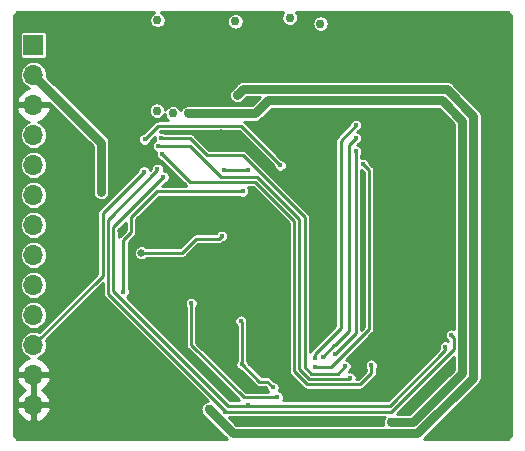
<source format=gbr>
%TF.GenerationSoftware,KiCad,Pcbnew,5.0.2+dfsg1-1*%
%TF.CreationDate,2020-08-11T00:40:15-07:00*%
%TF.ProjectId,driver-board-2L,64726976-6572-42d6-926f-6172642d324c,rev?*%
%TF.SameCoordinates,Original*%
%TF.FileFunction,Copper,L2,Bot*%
%TF.FilePolarity,Positive*%
%FSLAX46Y46*%
G04 Gerber Fmt 4.6, Leading zero omitted, Abs format (unit mm)*
G04 Created by KiCad (PCBNEW 5.0.2+dfsg1-1) date Tue 11 Aug 2020 12:40:15 AM PDT*
%MOMM*%
%LPD*%
G01*
G04 APERTURE LIST*
%TA.AperFunction,ComponentPad*%
%ADD10R,1.700000X1.700000*%
%TD*%
%TA.AperFunction,ComponentPad*%
%ADD11O,1.700000X1.700000*%
%TD*%
%TA.AperFunction,ViaPad*%
%ADD12C,0.750000*%
%TD*%
%TA.AperFunction,ViaPad*%
%ADD13C,0.450000*%
%TD*%
%TA.AperFunction,ViaPad*%
%ADD14C,0.650000*%
%TD*%
%TA.AperFunction,Conductor*%
%ADD15C,0.250000*%
%TD*%
%TA.AperFunction,Conductor*%
%ADD16C,0.750000*%
%TD*%
%TA.AperFunction,Conductor*%
%ADD17C,0.254000*%
%TD*%
G04 APERTURE END LIST*
D10*
%TO.P,J1,1*%
%TO.N,+5V*%
X112200000Y-51100000D03*
D11*
%TO.P,J1,2*%
%TO.N,VCC*%
X112200000Y-53640000D03*
%TO.P,J1,3*%
%TO.N,GND*%
X112200000Y-56180000D03*
%TO.P,J1,4*%
%TO.N,SCK*%
X112200000Y-58720000D03*
%TO.P,J1,5*%
%TO.N,SDI*%
X112200000Y-61260000D03*
%TO.P,J1,6*%
%TO.N,SDO*%
X112200000Y-63800000D03*
%TO.P,J1,7*%
%TO.N,CS1*%
X112200000Y-66340000D03*
%TO.P,J1,8*%
%TO.N,CS2*%
X112200000Y-68880000D03*
%TO.P,J1,9*%
%TO.N,DC*%
X112200000Y-71420000D03*
%TO.P,J1,10*%
%TO.N,AUDIO*%
X112200000Y-73960000D03*
%TO.P,J1,11*%
%TO.N,IRQ*%
X112200000Y-76500000D03*
%TO.P,J1,12*%
%TO.N,GND*%
X112200000Y-79040000D03*
%TO.P,J1,13*%
X112200000Y-81580000D03*
%TD*%
D12*
%TO.N,+3V0*%
X122650000Y-56675000D03*
X125300000Y-56900000D03*
X142475000Y-83050000D03*
D13*
X128125000Y-67275000D03*
X129751561Y-74472703D03*
D12*
X124000000Y-56900000D03*
D13*
X129850000Y-78150000D03*
X132490998Y-80100000D03*
D14*
X121340000Y-68700000D03*
%TO.N,GND*%
X122200000Y-77300000D03*
X122230000Y-72210000D03*
X119610000Y-66820000D03*
X125680000Y-66840000D03*
D12*
X120000000Y-49100000D03*
X118600000Y-53900000D03*
X125300000Y-50300000D03*
X125400000Y-53900000D03*
X125400000Y-55500000D03*
X120700000Y-56800000D03*
X131400000Y-53000000D03*
D14*
X128100000Y-58600000D03*
X140310000Y-82910000D03*
X138700000Y-81000000D03*
D13*
X143900000Y-52600000D03*
X130400001Y-70800000D03*
X133000000Y-68325128D03*
X133000000Y-73700000D03*
X135700000Y-70800000D03*
X140050010Y-71200000D03*
D12*
X139975000Y-49700000D03*
D14*
X122100000Y-80200000D03*
D12*
X138800000Y-49300000D03*
X138500000Y-56775000D03*
D14*
X130700000Y-55850000D03*
D13*
X134600000Y-58450000D03*
D14*
X129080000Y-79060000D03*
X126225000Y-78150000D03*
X125125000Y-77050000D03*
X121320000Y-70300000D03*
D13*
X147070000Y-79110000D03*
X144000000Y-58700000D03*
X146900000Y-57100000D03*
X146900000Y-58100000D03*
X146900000Y-59500000D03*
X147000000Y-53150000D03*
X147000000Y-52150000D03*
X144200000Y-56650000D03*
X118300000Y-58200000D03*
D12*
%TO.N,VCC*%
X117930000Y-63560000D03*
%TO.N,+5V*%
X122700000Y-49000000D03*
X129300000Y-49100000D03*
X133900000Y-48800000D03*
X136500000Y-49300000D03*
%TO.N,+3V3*%
X129470000Y-55340000D03*
X127040000Y-81950000D03*
D13*
%TO.N,DISPRES*%
X132850000Y-80925000D03*
X125550000Y-72959305D03*
%TO.N,AUDIO*%
X119800000Y-72000000D03*
X129900000Y-63500000D03*
%TO.N,DC_3V*%
X123200000Y-62300000D03*
X130324999Y-81550011D03*
X147060000Y-76650000D03*
%TO.N,CS2_3V*%
X122700000Y-61600000D03*
X128425522Y-82158135D03*
X147564002Y-75650000D03*
%TO.N,CS1_3V*%
X121600000Y-59100000D03*
X133100000Y-61300000D03*
%TO.N,DE*%
X140100000Y-61200000D03*
X136000000Y-78400000D03*
%TO.N,VSYNC*%
X139500000Y-57900000D03*
X136000000Y-77600000D03*
%TO.N,HSYNC*%
X139500000Y-59000000D03*
X136700000Y-77500000D03*
%TO.N,PCLK*%
X139500000Y-60100000D03*
X137701409Y-77276409D03*
%TO.N,IRQ*%
X121575000Y-61825000D03*
%TO.N,SCK_3V*%
X123000000Y-59000000D03*
X138600000Y-78300000D03*
%TO.N,SDI_3V*%
X122773952Y-59675000D03*
X138999990Y-79300020D03*
%TO.N,SDO_3V*%
X123086084Y-60363916D03*
X140800000Y-78200000D03*
%TO.N,SDI_BUFFER*%
X130400000Y-61700000D03*
X128317730Y-61682270D03*
%TD*%
D15*
%TO.N,+3V0*%
X131320000Y-79620000D02*
X129850000Y-78150000D01*
X129850000Y-74571142D02*
X129751561Y-74472703D01*
X129850000Y-78150000D02*
X129850000Y-74571142D01*
D16*
X125830330Y-56900000D02*
X125300000Y-56900000D01*
X132082003Y-55799999D02*
X130982002Y-56900000D01*
X148489011Y-57505009D02*
X146784001Y-55799999D01*
X148489011Y-78874991D02*
X148489011Y-57505009D01*
X130982002Y-56900000D02*
X125830330Y-56900000D01*
X146784001Y-55799999D02*
X132082003Y-55799999D01*
X144314002Y-83050000D02*
X148489011Y-78874991D01*
X142475000Y-83050000D02*
X144314002Y-83050000D01*
D15*
X131320000Y-79620000D02*
X132010998Y-79620000D01*
X132010998Y-79620000D02*
X132490998Y-80100000D01*
X121799619Y-68700000D02*
X121340000Y-68700000D01*
X124782002Y-68700000D02*
X121799619Y-68700000D01*
X125982003Y-67499999D02*
X124782002Y-68700000D01*
X127900001Y-67499999D02*
X125982003Y-67499999D01*
X128125000Y-67275000D02*
X127900001Y-67499999D01*
D16*
%TO.N,VCC*%
X117930000Y-59370000D02*
X112200000Y-53640000D01*
X117930000Y-63560000D02*
X117930000Y-59370000D01*
%TO.N,+3V3*%
X129470000Y-55340000D02*
X129960011Y-54849989D01*
X147189989Y-54849989D02*
X149439021Y-57099021D01*
X149439021Y-57099021D02*
X149439021Y-79268498D01*
X129960011Y-54849989D02*
X147189989Y-54849989D01*
X149439021Y-79268498D02*
X144707509Y-84000010D01*
X144707509Y-84000010D02*
X129090010Y-84000010D01*
X129090010Y-84000010D02*
X127040000Y-81950000D01*
D15*
%TO.N,DISPRES*%
X132531802Y-80925000D02*
X132850000Y-80925000D01*
X125550000Y-76487002D02*
X129987998Y-80925000D01*
X129987998Y-80925000D02*
X132531802Y-80925000D01*
X125550000Y-72959305D02*
X125550000Y-76487002D01*
%TO.N,AUDIO*%
X122636410Y-63500000D02*
X129900000Y-63500000D01*
X120450000Y-65686410D02*
X122636410Y-63500000D01*
X120450000Y-66940000D02*
X120450000Y-65686410D01*
X119800000Y-67590000D02*
X120450000Y-66940000D01*
X119800000Y-72000000D02*
X119800000Y-67590000D01*
%TO.N,DC_3V*%
X118949999Y-66550001D02*
X123200000Y-62300000D01*
X128635999Y-81650001D02*
X118949999Y-71964001D01*
X118949999Y-71964001D02*
X118949999Y-66550001D01*
X142378197Y-81650001D02*
X141920000Y-81650001D01*
X147060000Y-76968198D02*
X142378197Y-81650001D01*
X147060000Y-76650000D02*
X147060000Y-76968198D01*
X141920000Y-81650001D02*
X128635999Y-81650001D01*
%TO.N,CS2_3V*%
X118499989Y-72150401D02*
X118499989Y-65900011D01*
X128449598Y-82100010D02*
X118499989Y-72150401D01*
X122700000Y-61700000D02*
X122700000Y-61600000D01*
X118499989Y-65900011D02*
X122700000Y-61700000D01*
X147789001Y-75874999D02*
X147564002Y-75650000D01*
X147789001Y-76875607D02*
X147789001Y-75874999D01*
X142506473Y-82158135D02*
X147789001Y-76875607D01*
X128425522Y-82158135D02*
X142506473Y-82158135D01*
%TO.N,CS1_3V*%
X122750001Y-57949999D02*
X129749999Y-57949999D01*
X129749999Y-57949999D02*
X133100000Y-61300000D01*
X121600000Y-59100000D02*
X122750001Y-57949999D01*
%TO.N,DE*%
X137391834Y-78400000D02*
X136000000Y-78400000D01*
X140600011Y-75191823D02*
X137391834Y-78400000D01*
X140600011Y-61700011D02*
X140600011Y-75191823D01*
X140100000Y-61200000D02*
X140600011Y-61700011D01*
%TO.N,VSYNC*%
X136000000Y-77281802D02*
X138200000Y-75081802D01*
X138200000Y-59200000D02*
X139500000Y-57900000D01*
X136000000Y-77600000D02*
X136000000Y-77281802D01*
X138200000Y-75081802D02*
X138200000Y-59200000D01*
%TO.N,HSYNC*%
X138949999Y-59550001D02*
X138949999Y-75286411D01*
X139500000Y-59000000D02*
X138949999Y-59550001D01*
X138949999Y-75286411D02*
X138650009Y-75586401D01*
X138650009Y-75586401D02*
X137718205Y-76518205D01*
X137681795Y-76518205D02*
X136700000Y-77500000D01*
X137718205Y-76518205D02*
X137681795Y-76518205D01*
%TO.N,PCLK*%
X139500000Y-60100000D02*
X139500000Y-75477832D01*
X139499986Y-75477832D02*
X139500000Y-75477832D01*
X137701409Y-77276409D02*
X139499986Y-75477832D01*
%TO.N,IRQ*%
X121575000Y-61825000D02*
X118049979Y-65350021D01*
X118049979Y-70650021D02*
X112200000Y-76500000D01*
X118049979Y-65350021D02*
X118049979Y-70650021D01*
%TO.N,SCK_3V*%
X125436410Y-59000000D02*
X123000000Y-59000000D01*
X135735999Y-78950001D02*
X135149999Y-78364001D01*
X135149999Y-78364001D02*
X135149999Y-65635997D01*
X135149999Y-65635997D02*
X129964003Y-60450001D01*
X126886411Y-60450001D02*
X125436410Y-59000000D01*
X129964003Y-60450001D02*
X126886411Y-60450001D01*
X137949999Y-78950001D02*
X135735999Y-78950001D01*
X138600000Y-78300000D02*
X137949999Y-78950001D01*
%TO.N,SDI_3V*%
X138899999Y-79400011D02*
X138999990Y-79300020D01*
X134699990Y-78550402D02*
X135549599Y-79400011D01*
X135549599Y-79400011D02*
X138899999Y-79400011D01*
X125475000Y-59675000D02*
X128050001Y-62250001D01*
X134699989Y-65822397D02*
X134699990Y-78550402D01*
X128050001Y-62250001D02*
X131127593Y-62250001D01*
X131127593Y-62250001D02*
X134699989Y-65822397D01*
X122773952Y-59675000D02*
X125475000Y-59675000D01*
%TO.N,SDO_3V*%
X134249979Y-66008797D02*
X130941193Y-62700011D01*
X134249979Y-78736799D02*
X134249979Y-66008797D01*
X135363200Y-79850020D02*
X134249979Y-78736799D01*
X139849980Y-79850020D02*
X135363200Y-79850020D01*
X140800000Y-78900000D02*
X139849980Y-79850020D01*
X125422179Y-62700011D02*
X123086084Y-60363916D01*
X130941193Y-62700011D02*
X125422179Y-62700011D01*
X140800000Y-78200000D02*
X140800000Y-78900000D01*
%TO.N,SDI_BUFFER*%
X128335460Y-61700000D02*
X130400000Y-61700000D01*
X128317730Y-61682270D02*
X128335460Y-61700000D01*
%TD*%
D17*
%TO.N,GND*%
G36*
X122367478Y-48377895D02*
X122252501Y-48454721D01*
X122154721Y-48552501D01*
X122077895Y-48667478D01*
X122024977Y-48795234D01*
X121998000Y-48930859D01*
X121998000Y-49069141D01*
X122024977Y-49204766D01*
X122077895Y-49332522D01*
X122154721Y-49447499D01*
X122252501Y-49545279D01*
X122367478Y-49622105D01*
X122495234Y-49675023D01*
X122630859Y-49702000D01*
X122769141Y-49702000D01*
X122904766Y-49675023D01*
X123032522Y-49622105D01*
X123147499Y-49545279D01*
X123245279Y-49447499D01*
X123322105Y-49332522D01*
X123375023Y-49204766D01*
X123402000Y-49069141D01*
X123402000Y-49030859D01*
X128598000Y-49030859D01*
X128598000Y-49169141D01*
X128624977Y-49304766D01*
X128677895Y-49432522D01*
X128754721Y-49547499D01*
X128852501Y-49645279D01*
X128967478Y-49722105D01*
X129095234Y-49775023D01*
X129230859Y-49802000D01*
X129369141Y-49802000D01*
X129504766Y-49775023D01*
X129632522Y-49722105D01*
X129747499Y-49645279D01*
X129845279Y-49547499D01*
X129922105Y-49432522D01*
X129975023Y-49304766D01*
X130002000Y-49169141D01*
X130002000Y-49030859D01*
X129975023Y-48895234D01*
X129922105Y-48767478D01*
X129845279Y-48652501D01*
X129747499Y-48554721D01*
X129632522Y-48477895D01*
X129504766Y-48424977D01*
X129369141Y-48398000D01*
X129230859Y-48398000D01*
X129095234Y-48424977D01*
X128967478Y-48477895D01*
X128852501Y-48554721D01*
X128754721Y-48652501D01*
X128677895Y-48767478D01*
X128624977Y-48895234D01*
X128598000Y-49030859D01*
X123402000Y-49030859D01*
X123402000Y-48930859D01*
X123375023Y-48795234D01*
X123322105Y-48667478D01*
X123245279Y-48552501D01*
X123147499Y-48454721D01*
X123032522Y-48377895D01*
X122970006Y-48352000D01*
X133355222Y-48352000D01*
X133354721Y-48352501D01*
X133277895Y-48467478D01*
X133224977Y-48595234D01*
X133198000Y-48730859D01*
X133198000Y-48869141D01*
X133224977Y-49004766D01*
X133277895Y-49132522D01*
X133354721Y-49247499D01*
X133452501Y-49345279D01*
X133567478Y-49422105D01*
X133695234Y-49475023D01*
X133830859Y-49502000D01*
X133969141Y-49502000D01*
X134104766Y-49475023D01*
X134232522Y-49422105D01*
X134347499Y-49345279D01*
X134445279Y-49247499D01*
X134456397Y-49230859D01*
X135798000Y-49230859D01*
X135798000Y-49369141D01*
X135824977Y-49504766D01*
X135877895Y-49632522D01*
X135954721Y-49747499D01*
X136052501Y-49845279D01*
X136167478Y-49922105D01*
X136295234Y-49975023D01*
X136430859Y-50002000D01*
X136569141Y-50002000D01*
X136704766Y-49975023D01*
X136832522Y-49922105D01*
X136947499Y-49845279D01*
X137045279Y-49747499D01*
X137122105Y-49632522D01*
X137175023Y-49504766D01*
X137202000Y-49369141D01*
X137202000Y-49230859D01*
X137175023Y-49095234D01*
X137122105Y-48967478D01*
X137045279Y-48852501D01*
X136947499Y-48754721D01*
X136832522Y-48677895D01*
X136704766Y-48624977D01*
X136569141Y-48598000D01*
X136430859Y-48598000D01*
X136295234Y-48624977D01*
X136167478Y-48677895D01*
X136052501Y-48754721D01*
X135954721Y-48852501D01*
X135877895Y-48967478D01*
X135824977Y-49095234D01*
X135798000Y-49230859D01*
X134456397Y-49230859D01*
X134522105Y-49132522D01*
X134575023Y-49004766D01*
X134602000Y-48869141D01*
X134602000Y-48730859D01*
X134575023Y-48595234D01*
X134522105Y-48467478D01*
X134445279Y-48352501D01*
X134444778Y-48352000D01*
X152354198Y-48352000D01*
X152648000Y-48645804D01*
X152648001Y-84154195D01*
X152354198Y-84448000D01*
X145252296Y-84448000D01*
X149911032Y-79789265D01*
X149937811Y-79767288D01*
X149959790Y-79740507D01*
X150025536Y-79660396D01*
X150083286Y-79552352D01*
X150090722Y-79538441D01*
X150130863Y-79406114D01*
X150141021Y-79302978D01*
X150141021Y-79302969D01*
X150144416Y-79268499D01*
X150141021Y-79234029D01*
X150141021Y-57133494D01*
X150144416Y-57099021D01*
X150141021Y-57064548D01*
X150141021Y-57064541D01*
X150130863Y-56961405D01*
X150098072Y-56853308D01*
X150090722Y-56829077D01*
X150025536Y-56707124D01*
X149959791Y-56627013D01*
X149959784Y-56627006D01*
X149937810Y-56600231D01*
X149911036Y-56578258D01*
X147710760Y-54377983D01*
X147688779Y-54351199D01*
X147581886Y-54263474D01*
X147459932Y-54198288D01*
X147327605Y-54158147D01*
X147224469Y-54147989D01*
X147224459Y-54147989D01*
X147189989Y-54144594D01*
X147155519Y-54147989D01*
X129994480Y-54147989D01*
X129960010Y-54144594D01*
X129925540Y-54147989D01*
X129925531Y-54147989D01*
X129822395Y-54158147D01*
X129690068Y-54198288D01*
X129633299Y-54228632D01*
X129568113Y-54263474D01*
X129488002Y-54329220D01*
X129461221Y-54351199D01*
X129439244Y-54377979D01*
X129022504Y-54794719D01*
X129022501Y-54794721D01*
X128924721Y-54892501D01*
X128905459Y-54921329D01*
X128883485Y-54948104D01*
X128867160Y-54978647D01*
X128847895Y-55007478D01*
X128834625Y-55039516D01*
X128818300Y-55070057D01*
X128808247Y-55103196D01*
X128794977Y-55135234D01*
X128788212Y-55169244D01*
X128778159Y-55202385D01*
X128774764Y-55236852D01*
X128768000Y-55270859D01*
X128768000Y-55305530D01*
X128764605Y-55340000D01*
X128768000Y-55374470D01*
X128768000Y-55409141D01*
X128774764Y-55443148D01*
X128778159Y-55477615D01*
X128788212Y-55510756D01*
X128794977Y-55544766D01*
X128808247Y-55576804D01*
X128818300Y-55609943D01*
X128834625Y-55640484D01*
X128847895Y-55672522D01*
X128867160Y-55701353D01*
X128883485Y-55731896D01*
X128905459Y-55758671D01*
X128924721Y-55787499D01*
X128949234Y-55812012D01*
X128971210Y-55838790D01*
X128997988Y-55860766D01*
X129022501Y-55885279D01*
X129051329Y-55904541D01*
X129078104Y-55926515D01*
X129108647Y-55942840D01*
X129137478Y-55962105D01*
X129169516Y-55975375D01*
X129200057Y-55991700D01*
X129233196Y-56001753D01*
X129265234Y-56015023D01*
X129299244Y-56021788D01*
X129332385Y-56031841D01*
X129366852Y-56035236D01*
X129400859Y-56042000D01*
X129435530Y-56042000D01*
X129470000Y-56045395D01*
X129504470Y-56042000D01*
X129539141Y-56042000D01*
X129573148Y-56035236D01*
X129607615Y-56031841D01*
X129640756Y-56021788D01*
X129674766Y-56015023D01*
X129706804Y-56001753D01*
X129739943Y-55991700D01*
X129770484Y-55975375D01*
X129802522Y-55962105D01*
X129831353Y-55942840D01*
X129861896Y-55926515D01*
X129888671Y-55904541D01*
X129917499Y-55885279D01*
X130015279Y-55787499D01*
X130015281Y-55787496D01*
X130250789Y-55551989D01*
X131337235Y-55551989D01*
X130691225Y-56198000D01*
X125230859Y-56198000D01*
X125196863Y-56204762D01*
X125162384Y-56208158D01*
X125129233Y-56218214D01*
X125095234Y-56224977D01*
X125063206Y-56238243D01*
X125030057Y-56248299D01*
X124999508Y-56264628D01*
X124967478Y-56277895D01*
X124938652Y-56297156D01*
X124908103Y-56313485D01*
X124881325Y-56335461D01*
X124852501Y-56354721D01*
X124827989Y-56379233D01*
X124801210Y-56401210D01*
X124779233Y-56427989D01*
X124754721Y-56452501D01*
X124735461Y-56481325D01*
X124713485Y-56508103D01*
X124697156Y-56538652D01*
X124677895Y-56567478D01*
X124664628Y-56599508D01*
X124648299Y-56630057D01*
X124648184Y-56630438D01*
X124622105Y-56567478D01*
X124545279Y-56452501D01*
X124447499Y-56354721D01*
X124332522Y-56277895D01*
X124204766Y-56224977D01*
X124069141Y-56198000D01*
X123930859Y-56198000D01*
X123795234Y-56224977D01*
X123667478Y-56277895D01*
X123552501Y-56354721D01*
X123454721Y-56452501D01*
X123377895Y-56567478D01*
X123352000Y-56629994D01*
X123352000Y-56605859D01*
X123325023Y-56470234D01*
X123272105Y-56342478D01*
X123195279Y-56227501D01*
X123097499Y-56129721D01*
X122982522Y-56052895D01*
X122854766Y-55999977D01*
X122719141Y-55973000D01*
X122580859Y-55973000D01*
X122445234Y-55999977D01*
X122317478Y-56052895D01*
X122202501Y-56129721D01*
X122104721Y-56227501D01*
X122027895Y-56342478D01*
X121974977Y-56470234D01*
X121948000Y-56605859D01*
X121948000Y-56744141D01*
X121974977Y-56879766D01*
X122027895Y-57007522D01*
X122104721Y-57122499D01*
X122202501Y-57220279D01*
X122317478Y-57297105D01*
X122445234Y-57350023D01*
X122580859Y-57377000D01*
X122719141Y-57377000D01*
X122854766Y-57350023D01*
X122982522Y-57297105D01*
X123097499Y-57220279D01*
X123195279Y-57122499D01*
X123272105Y-57007522D01*
X123298000Y-56945006D01*
X123298000Y-56969141D01*
X123324977Y-57104766D01*
X123377895Y-57232522D01*
X123454721Y-57347499D01*
X123552501Y-57445279D01*
X123631401Y-57497999D01*
X122772205Y-57497999D01*
X122750000Y-57495812D01*
X122661393Y-57504539D01*
X122596722Y-57524157D01*
X122576191Y-57530385D01*
X122497668Y-57572356D01*
X122428842Y-57628840D01*
X122414682Y-57646094D01*
X121504619Y-58556158D01*
X121438988Y-58569213D01*
X121338530Y-58610824D01*
X121248120Y-58671234D01*
X121171234Y-58748120D01*
X121110824Y-58838530D01*
X121069213Y-58938988D01*
X121048000Y-59045633D01*
X121048000Y-59154367D01*
X121069213Y-59261012D01*
X121110824Y-59361470D01*
X121171234Y-59451880D01*
X121248120Y-59528766D01*
X121338530Y-59589176D01*
X121438988Y-59630787D01*
X121545633Y-59652000D01*
X121654367Y-59652000D01*
X121761012Y-59630787D01*
X121861470Y-59589176D01*
X121951880Y-59528766D01*
X122028766Y-59451880D01*
X122089176Y-59361470D01*
X122130787Y-59261012D01*
X122143842Y-59195381D01*
X122461510Y-58877713D01*
X122448000Y-58945633D01*
X122448000Y-59054367D01*
X122469213Y-59161012D01*
X122486642Y-59203090D01*
X122422072Y-59246234D01*
X122345186Y-59323120D01*
X122284776Y-59413530D01*
X122243165Y-59513988D01*
X122221952Y-59620633D01*
X122221952Y-59729367D01*
X122243165Y-59836012D01*
X122284776Y-59936470D01*
X122345186Y-60026880D01*
X122422072Y-60103766D01*
X122512482Y-60164176D01*
X122562719Y-60184985D01*
X122555297Y-60202904D01*
X122534084Y-60309549D01*
X122534084Y-60418283D01*
X122555297Y-60524928D01*
X122596908Y-60625386D01*
X122657318Y-60715796D01*
X122734204Y-60792682D01*
X122824614Y-60853092D01*
X122925072Y-60894703D01*
X122990703Y-60907758D01*
X125086864Y-63003921D01*
X125101020Y-63021170D01*
X125133712Y-63048000D01*
X123091224Y-63048000D01*
X123295382Y-62843842D01*
X123361012Y-62830787D01*
X123461470Y-62789176D01*
X123551880Y-62728766D01*
X123628766Y-62651880D01*
X123689176Y-62561470D01*
X123730787Y-62461012D01*
X123752000Y-62354367D01*
X123752000Y-62245633D01*
X123730787Y-62138988D01*
X123689176Y-62038530D01*
X123628766Y-61948120D01*
X123551880Y-61871234D01*
X123461470Y-61810824D01*
X123361012Y-61769213D01*
X123254367Y-61748000D01*
X123233375Y-61748000D01*
X123252000Y-61654367D01*
X123252000Y-61545633D01*
X123230787Y-61438988D01*
X123189176Y-61338530D01*
X123128766Y-61248120D01*
X123051880Y-61171234D01*
X122961470Y-61110824D01*
X122861012Y-61069213D01*
X122754367Y-61048000D01*
X122645633Y-61048000D01*
X122538988Y-61069213D01*
X122438530Y-61110824D01*
X122348120Y-61171234D01*
X122271234Y-61248120D01*
X122210824Y-61338530D01*
X122169213Y-61438988D01*
X122148000Y-61545633D01*
X122148000Y-61612776D01*
X122103151Y-61657625D01*
X122064176Y-61563530D01*
X122003766Y-61473120D01*
X121926880Y-61396234D01*
X121836470Y-61335824D01*
X121736012Y-61294213D01*
X121629367Y-61273000D01*
X121520633Y-61273000D01*
X121413988Y-61294213D01*
X121313530Y-61335824D01*
X121223120Y-61396234D01*
X121146234Y-61473120D01*
X121085824Y-61563530D01*
X121044213Y-61663988D01*
X121031158Y-61729618D01*
X117746079Y-65014698D01*
X117728820Y-65028862D01*
X117672337Y-65097688D01*
X117630365Y-65176212D01*
X117604519Y-65261414D01*
X117595792Y-65350021D01*
X117597979Y-65372226D01*
X117597980Y-70462796D01*
X112653149Y-75407628D01*
X112652597Y-75407333D01*
X112430732Y-75340031D01*
X112257812Y-75323000D01*
X112142188Y-75323000D01*
X111969268Y-75340031D01*
X111747403Y-75407333D01*
X111542930Y-75516626D01*
X111363709Y-75663709D01*
X111216626Y-75842930D01*
X111107333Y-76047403D01*
X111040031Y-76269268D01*
X111017306Y-76500000D01*
X111040031Y-76730732D01*
X111107333Y-76952597D01*
X111216626Y-77157070D01*
X111363709Y-77336291D01*
X111542930Y-77483374D01*
X111747403Y-77592667D01*
X111807885Y-77611014D01*
X111568748Y-77695843D01*
X111318645Y-77844822D01*
X111102412Y-78039731D01*
X110928359Y-78273080D01*
X110803175Y-78535901D01*
X110758524Y-78683110D01*
X110879845Y-78913000D01*
X112073000Y-78913000D01*
X112073000Y-78893000D01*
X112327000Y-78893000D01*
X112327000Y-78913000D01*
X113520155Y-78913000D01*
X113641476Y-78683110D01*
X113596825Y-78535901D01*
X113471641Y-78273080D01*
X113297588Y-78039731D01*
X113081355Y-77844822D01*
X112831252Y-77695843D01*
X112592115Y-77611014D01*
X112652597Y-77592667D01*
X112857070Y-77483374D01*
X113036291Y-77336291D01*
X113183374Y-77157070D01*
X113292667Y-76952597D01*
X113359969Y-76730732D01*
X113382694Y-76500000D01*
X113359969Y-76269268D01*
X113292667Y-76047403D01*
X113292372Y-76046851D01*
X118047989Y-71291235D01*
X118047989Y-72128196D01*
X118045802Y-72150401D01*
X118048108Y-72173810D01*
X118054529Y-72239007D01*
X118080375Y-72324210D01*
X118122346Y-72402733D01*
X118178830Y-72471560D01*
X118196089Y-72485724D01*
X126960437Y-81250073D01*
X126936852Y-81254764D01*
X126902385Y-81258159D01*
X126869244Y-81268212D01*
X126835234Y-81274977D01*
X126803196Y-81288247D01*
X126770057Y-81298300D01*
X126739516Y-81314625D01*
X126707478Y-81327895D01*
X126678647Y-81347160D01*
X126648104Y-81363485D01*
X126621329Y-81385459D01*
X126592501Y-81404721D01*
X126567988Y-81429234D01*
X126541210Y-81451210D01*
X126519234Y-81477988D01*
X126494721Y-81502501D01*
X126475459Y-81531329D01*
X126453485Y-81558104D01*
X126437160Y-81588647D01*
X126417895Y-81617478D01*
X126404625Y-81649516D01*
X126388300Y-81680057D01*
X126378247Y-81713196D01*
X126364977Y-81745234D01*
X126358212Y-81779244D01*
X126348159Y-81812385D01*
X126344764Y-81846852D01*
X126338000Y-81880859D01*
X126338000Y-81915530D01*
X126334605Y-81950000D01*
X126338000Y-81984470D01*
X126338000Y-82019141D01*
X126344764Y-82053148D01*
X126348159Y-82087615D01*
X126358212Y-82120756D01*
X126364977Y-82154766D01*
X126378247Y-82186804D01*
X126388300Y-82219943D01*
X126404625Y-82250484D01*
X126417895Y-82282522D01*
X126437160Y-82311353D01*
X126453485Y-82341896D01*
X126475459Y-82368671D01*
X126494721Y-82397499D01*
X126592501Y-82495279D01*
X126592504Y-82495281D01*
X128545222Y-84448000D01*
X110845804Y-84448000D01*
X110552000Y-84154198D01*
X110552000Y-81936890D01*
X110758524Y-81936890D01*
X110803175Y-82084099D01*
X110928359Y-82346920D01*
X111102412Y-82580269D01*
X111318645Y-82775178D01*
X111568748Y-82924157D01*
X111843109Y-83021481D01*
X112073000Y-82900814D01*
X112073000Y-81707000D01*
X112327000Y-81707000D01*
X112327000Y-82900814D01*
X112556891Y-83021481D01*
X112831252Y-82924157D01*
X113081355Y-82775178D01*
X113297588Y-82580269D01*
X113471641Y-82346920D01*
X113596825Y-82084099D01*
X113641476Y-81936890D01*
X113520155Y-81707000D01*
X112327000Y-81707000D01*
X112073000Y-81707000D01*
X110879845Y-81707000D01*
X110758524Y-81936890D01*
X110552000Y-81936890D01*
X110552000Y-79396890D01*
X110758524Y-79396890D01*
X110803175Y-79544099D01*
X110928359Y-79806920D01*
X111102412Y-80040269D01*
X111318645Y-80235178D01*
X111444255Y-80310000D01*
X111318645Y-80384822D01*
X111102412Y-80579731D01*
X110928359Y-80813080D01*
X110803175Y-81075901D01*
X110758524Y-81223110D01*
X110879845Y-81453000D01*
X112073000Y-81453000D01*
X112073000Y-79167000D01*
X112327000Y-79167000D01*
X112327000Y-81453000D01*
X113520155Y-81453000D01*
X113641476Y-81223110D01*
X113596825Y-81075901D01*
X113471641Y-80813080D01*
X113297588Y-80579731D01*
X113081355Y-80384822D01*
X112955745Y-80310000D01*
X113081355Y-80235178D01*
X113297588Y-80040269D01*
X113471641Y-79806920D01*
X113596825Y-79544099D01*
X113641476Y-79396890D01*
X113520155Y-79167000D01*
X112327000Y-79167000D01*
X112073000Y-79167000D01*
X110879845Y-79167000D01*
X110758524Y-79396890D01*
X110552000Y-79396890D01*
X110552000Y-73960000D01*
X111017306Y-73960000D01*
X111040031Y-74190732D01*
X111107333Y-74412597D01*
X111216626Y-74617070D01*
X111363709Y-74796291D01*
X111542930Y-74943374D01*
X111747403Y-75052667D01*
X111969268Y-75119969D01*
X112142188Y-75137000D01*
X112257812Y-75137000D01*
X112430732Y-75119969D01*
X112652597Y-75052667D01*
X112857070Y-74943374D01*
X113036291Y-74796291D01*
X113183374Y-74617070D01*
X113292667Y-74412597D01*
X113359969Y-74190732D01*
X113382694Y-73960000D01*
X113359969Y-73729268D01*
X113292667Y-73507403D01*
X113183374Y-73302930D01*
X113036291Y-73123709D01*
X112857070Y-72976626D01*
X112652597Y-72867333D01*
X112430732Y-72800031D01*
X112257812Y-72783000D01*
X112142188Y-72783000D01*
X111969268Y-72800031D01*
X111747403Y-72867333D01*
X111542930Y-72976626D01*
X111363709Y-73123709D01*
X111216626Y-73302930D01*
X111107333Y-73507403D01*
X111040031Y-73729268D01*
X111017306Y-73960000D01*
X110552000Y-73960000D01*
X110552000Y-71420000D01*
X111017306Y-71420000D01*
X111040031Y-71650732D01*
X111107333Y-71872597D01*
X111216626Y-72077070D01*
X111363709Y-72256291D01*
X111542930Y-72403374D01*
X111747403Y-72512667D01*
X111969268Y-72579969D01*
X112142188Y-72597000D01*
X112257812Y-72597000D01*
X112430732Y-72579969D01*
X112652597Y-72512667D01*
X112857070Y-72403374D01*
X113036291Y-72256291D01*
X113183374Y-72077070D01*
X113292667Y-71872597D01*
X113359969Y-71650732D01*
X113382694Y-71420000D01*
X113359969Y-71189268D01*
X113292667Y-70967403D01*
X113183374Y-70762930D01*
X113036291Y-70583709D01*
X112857070Y-70436626D01*
X112652597Y-70327333D01*
X112430732Y-70260031D01*
X112257812Y-70243000D01*
X112142188Y-70243000D01*
X111969268Y-70260031D01*
X111747403Y-70327333D01*
X111542930Y-70436626D01*
X111363709Y-70583709D01*
X111216626Y-70762930D01*
X111107333Y-70967403D01*
X111040031Y-71189268D01*
X111017306Y-71420000D01*
X110552000Y-71420000D01*
X110552000Y-68880000D01*
X111017306Y-68880000D01*
X111040031Y-69110732D01*
X111107333Y-69332597D01*
X111216626Y-69537070D01*
X111363709Y-69716291D01*
X111542930Y-69863374D01*
X111747403Y-69972667D01*
X111969268Y-70039969D01*
X112142188Y-70057000D01*
X112257812Y-70057000D01*
X112430732Y-70039969D01*
X112652597Y-69972667D01*
X112857070Y-69863374D01*
X113036291Y-69716291D01*
X113183374Y-69537070D01*
X113292667Y-69332597D01*
X113359969Y-69110732D01*
X113382694Y-68880000D01*
X113359969Y-68649268D01*
X113292667Y-68427403D01*
X113183374Y-68222930D01*
X113036291Y-68043709D01*
X112857070Y-67896626D01*
X112652597Y-67787333D01*
X112430732Y-67720031D01*
X112257812Y-67703000D01*
X112142188Y-67703000D01*
X111969268Y-67720031D01*
X111747403Y-67787333D01*
X111542930Y-67896626D01*
X111363709Y-68043709D01*
X111216626Y-68222930D01*
X111107333Y-68427403D01*
X111040031Y-68649268D01*
X111017306Y-68880000D01*
X110552000Y-68880000D01*
X110552000Y-66340000D01*
X111017306Y-66340000D01*
X111040031Y-66570732D01*
X111107333Y-66792597D01*
X111216626Y-66997070D01*
X111363709Y-67176291D01*
X111542930Y-67323374D01*
X111747403Y-67432667D01*
X111969268Y-67499969D01*
X112142188Y-67517000D01*
X112257812Y-67517000D01*
X112430732Y-67499969D01*
X112652597Y-67432667D01*
X112857070Y-67323374D01*
X113036291Y-67176291D01*
X113183374Y-66997070D01*
X113292667Y-66792597D01*
X113359969Y-66570732D01*
X113382694Y-66340000D01*
X113359969Y-66109268D01*
X113292667Y-65887403D01*
X113183374Y-65682930D01*
X113036291Y-65503709D01*
X112857070Y-65356626D01*
X112652597Y-65247333D01*
X112430732Y-65180031D01*
X112257812Y-65163000D01*
X112142188Y-65163000D01*
X111969268Y-65180031D01*
X111747403Y-65247333D01*
X111542930Y-65356626D01*
X111363709Y-65503709D01*
X111216626Y-65682930D01*
X111107333Y-65887403D01*
X111040031Y-66109268D01*
X111017306Y-66340000D01*
X110552000Y-66340000D01*
X110552000Y-63800000D01*
X111017306Y-63800000D01*
X111040031Y-64030732D01*
X111107333Y-64252597D01*
X111216626Y-64457070D01*
X111363709Y-64636291D01*
X111542930Y-64783374D01*
X111747403Y-64892667D01*
X111969268Y-64959969D01*
X112142188Y-64977000D01*
X112257812Y-64977000D01*
X112430732Y-64959969D01*
X112652597Y-64892667D01*
X112857070Y-64783374D01*
X113036291Y-64636291D01*
X113183374Y-64457070D01*
X113292667Y-64252597D01*
X113359969Y-64030732D01*
X113382694Y-63800000D01*
X113359969Y-63569268D01*
X113292667Y-63347403D01*
X113183374Y-63142930D01*
X113036291Y-62963709D01*
X112857070Y-62816626D01*
X112652597Y-62707333D01*
X112430732Y-62640031D01*
X112257812Y-62623000D01*
X112142188Y-62623000D01*
X111969268Y-62640031D01*
X111747403Y-62707333D01*
X111542930Y-62816626D01*
X111363709Y-62963709D01*
X111216626Y-63142930D01*
X111107333Y-63347403D01*
X111040031Y-63569268D01*
X111017306Y-63800000D01*
X110552000Y-63800000D01*
X110552000Y-61260000D01*
X111017306Y-61260000D01*
X111040031Y-61490732D01*
X111107333Y-61712597D01*
X111216626Y-61917070D01*
X111363709Y-62096291D01*
X111542930Y-62243374D01*
X111747403Y-62352667D01*
X111969268Y-62419969D01*
X112142188Y-62437000D01*
X112257812Y-62437000D01*
X112430732Y-62419969D01*
X112652597Y-62352667D01*
X112857070Y-62243374D01*
X113036291Y-62096291D01*
X113183374Y-61917070D01*
X113292667Y-61712597D01*
X113359969Y-61490732D01*
X113382694Y-61260000D01*
X113359969Y-61029268D01*
X113292667Y-60807403D01*
X113183374Y-60602930D01*
X113036291Y-60423709D01*
X112857070Y-60276626D01*
X112652597Y-60167333D01*
X112430732Y-60100031D01*
X112257812Y-60083000D01*
X112142188Y-60083000D01*
X111969268Y-60100031D01*
X111747403Y-60167333D01*
X111542930Y-60276626D01*
X111363709Y-60423709D01*
X111216626Y-60602930D01*
X111107333Y-60807403D01*
X111040031Y-61029268D01*
X111017306Y-61260000D01*
X110552000Y-61260000D01*
X110552000Y-56536890D01*
X110758524Y-56536890D01*
X110803175Y-56684099D01*
X110928359Y-56946920D01*
X111102412Y-57180269D01*
X111318645Y-57375178D01*
X111568748Y-57524157D01*
X111807885Y-57608986D01*
X111747403Y-57627333D01*
X111542930Y-57736626D01*
X111363709Y-57883709D01*
X111216626Y-58062930D01*
X111107333Y-58267403D01*
X111040031Y-58489268D01*
X111017306Y-58720000D01*
X111040031Y-58950732D01*
X111107333Y-59172597D01*
X111216626Y-59377070D01*
X111363709Y-59556291D01*
X111542930Y-59703374D01*
X111747403Y-59812667D01*
X111969268Y-59879969D01*
X112142188Y-59897000D01*
X112257812Y-59897000D01*
X112430732Y-59879969D01*
X112652597Y-59812667D01*
X112857070Y-59703374D01*
X113036291Y-59556291D01*
X113183374Y-59377070D01*
X113292667Y-59172597D01*
X113359969Y-58950732D01*
X113382694Y-58720000D01*
X113359969Y-58489268D01*
X113292667Y-58267403D01*
X113183374Y-58062930D01*
X113036291Y-57883709D01*
X112857070Y-57736626D01*
X112652597Y-57627333D01*
X112592115Y-57608986D01*
X112831252Y-57524157D01*
X113081355Y-57375178D01*
X113297588Y-57180269D01*
X113471641Y-56946920D01*
X113596825Y-56684099D01*
X113641476Y-56536890D01*
X113520155Y-56307000D01*
X112327000Y-56307000D01*
X112327000Y-56327000D01*
X112073000Y-56327000D01*
X112073000Y-56307000D01*
X110879845Y-56307000D01*
X110758524Y-56536890D01*
X110552000Y-56536890D01*
X110552000Y-55823110D01*
X110758524Y-55823110D01*
X110879845Y-56053000D01*
X112073000Y-56053000D01*
X112073000Y-56033000D01*
X112327000Y-56033000D01*
X112327000Y-56053000D01*
X113520155Y-56053000D01*
X113554722Y-55987499D01*
X117228001Y-59660779D01*
X117228000Y-63490859D01*
X117228000Y-63629141D01*
X117234762Y-63663138D01*
X117238158Y-63697615D01*
X117248214Y-63730765D01*
X117254977Y-63764766D01*
X117268244Y-63796797D01*
X117278299Y-63829942D01*
X117294626Y-63860487D01*
X117307895Y-63892522D01*
X117327159Y-63921352D01*
X117343485Y-63951896D01*
X117365458Y-63978670D01*
X117384721Y-64007499D01*
X117409238Y-64032016D01*
X117431210Y-64058789D01*
X117457985Y-64080763D01*
X117482501Y-64105279D01*
X117511326Y-64124540D01*
X117538103Y-64146515D01*
X117568652Y-64162844D01*
X117597478Y-64182105D01*
X117629508Y-64195372D01*
X117660057Y-64211701D01*
X117693206Y-64221757D01*
X117725234Y-64235023D01*
X117759233Y-64241786D01*
X117792384Y-64251842D01*
X117826863Y-64255238D01*
X117860859Y-64262000D01*
X117895520Y-64262000D01*
X117930000Y-64265396D01*
X117964480Y-64262000D01*
X117999141Y-64262000D01*
X118033138Y-64255238D01*
X118067615Y-64251842D01*
X118100765Y-64241786D01*
X118134766Y-64235023D01*
X118166797Y-64221756D01*
X118199942Y-64211701D01*
X118230487Y-64195374D01*
X118262522Y-64182105D01*
X118291352Y-64162841D01*
X118321896Y-64146515D01*
X118348670Y-64124542D01*
X118377499Y-64105279D01*
X118402016Y-64080762D01*
X118428789Y-64058790D01*
X118450763Y-64032015D01*
X118475279Y-64007499D01*
X118494540Y-63978674D01*
X118516515Y-63951897D01*
X118532844Y-63921348D01*
X118552105Y-63892522D01*
X118565372Y-63860492D01*
X118581701Y-63829943D01*
X118591757Y-63796794D01*
X118605023Y-63764766D01*
X118611786Y-63730767D01*
X118621842Y-63697616D01*
X118625238Y-63663137D01*
X118632000Y-63629141D01*
X118632000Y-59404470D01*
X118635395Y-59370000D01*
X118632000Y-59335530D01*
X118632000Y-59335520D01*
X118621842Y-59232384D01*
X118581701Y-59100057D01*
X118516515Y-58978103D01*
X118473912Y-58926191D01*
X118450770Y-58897992D01*
X118450767Y-58897989D01*
X118428790Y-58871210D01*
X118402011Y-58849233D01*
X113365666Y-53812889D01*
X113382694Y-53640000D01*
X113359969Y-53409268D01*
X113292667Y-53187403D01*
X113183374Y-52982930D01*
X113036291Y-52803709D01*
X112857070Y-52656626D01*
X112652597Y-52547333D01*
X112430732Y-52480031D01*
X112257812Y-52463000D01*
X112142188Y-52463000D01*
X111969268Y-52480031D01*
X111747403Y-52547333D01*
X111542930Y-52656626D01*
X111363709Y-52803709D01*
X111216626Y-52982930D01*
X111107333Y-53187403D01*
X111040031Y-53409268D01*
X111017306Y-53640000D01*
X111040031Y-53870732D01*
X111107333Y-54092597D01*
X111216626Y-54297070D01*
X111363709Y-54476291D01*
X111542930Y-54623374D01*
X111747403Y-54732667D01*
X111807885Y-54751014D01*
X111568748Y-54835843D01*
X111318645Y-54984822D01*
X111102412Y-55179731D01*
X110928359Y-55413080D01*
X110803175Y-55675901D01*
X110758524Y-55823110D01*
X110552000Y-55823110D01*
X110552000Y-50250000D01*
X111021418Y-50250000D01*
X111021418Y-51950000D01*
X111027732Y-52014103D01*
X111046430Y-52075743D01*
X111076794Y-52132550D01*
X111117657Y-52182343D01*
X111167450Y-52223206D01*
X111224257Y-52253570D01*
X111285897Y-52272268D01*
X111350000Y-52278582D01*
X113050000Y-52278582D01*
X113114103Y-52272268D01*
X113175743Y-52253570D01*
X113232550Y-52223206D01*
X113282343Y-52182343D01*
X113323206Y-52132550D01*
X113353570Y-52075743D01*
X113372268Y-52014103D01*
X113378582Y-51950000D01*
X113378582Y-50250000D01*
X113372268Y-50185897D01*
X113353570Y-50124257D01*
X113323206Y-50067450D01*
X113282343Y-50017657D01*
X113232550Y-49976794D01*
X113175743Y-49946430D01*
X113114103Y-49927732D01*
X113050000Y-49921418D01*
X111350000Y-49921418D01*
X111285897Y-49927732D01*
X111224257Y-49946430D01*
X111167450Y-49976794D01*
X111117657Y-50017657D01*
X111076794Y-50067450D01*
X111046430Y-50124257D01*
X111027732Y-50185897D01*
X111021418Y-50250000D01*
X110552000Y-50250000D01*
X110552000Y-48645802D01*
X110845804Y-48352000D01*
X122429994Y-48352000D01*
X122367478Y-48377895D01*
X122367478Y-48377895D01*
G37*
X122367478Y-48377895D02*
X122252501Y-48454721D01*
X122154721Y-48552501D01*
X122077895Y-48667478D01*
X122024977Y-48795234D01*
X121998000Y-48930859D01*
X121998000Y-49069141D01*
X122024977Y-49204766D01*
X122077895Y-49332522D01*
X122154721Y-49447499D01*
X122252501Y-49545279D01*
X122367478Y-49622105D01*
X122495234Y-49675023D01*
X122630859Y-49702000D01*
X122769141Y-49702000D01*
X122904766Y-49675023D01*
X123032522Y-49622105D01*
X123147499Y-49545279D01*
X123245279Y-49447499D01*
X123322105Y-49332522D01*
X123375023Y-49204766D01*
X123402000Y-49069141D01*
X123402000Y-49030859D01*
X128598000Y-49030859D01*
X128598000Y-49169141D01*
X128624977Y-49304766D01*
X128677895Y-49432522D01*
X128754721Y-49547499D01*
X128852501Y-49645279D01*
X128967478Y-49722105D01*
X129095234Y-49775023D01*
X129230859Y-49802000D01*
X129369141Y-49802000D01*
X129504766Y-49775023D01*
X129632522Y-49722105D01*
X129747499Y-49645279D01*
X129845279Y-49547499D01*
X129922105Y-49432522D01*
X129975023Y-49304766D01*
X130002000Y-49169141D01*
X130002000Y-49030859D01*
X129975023Y-48895234D01*
X129922105Y-48767478D01*
X129845279Y-48652501D01*
X129747499Y-48554721D01*
X129632522Y-48477895D01*
X129504766Y-48424977D01*
X129369141Y-48398000D01*
X129230859Y-48398000D01*
X129095234Y-48424977D01*
X128967478Y-48477895D01*
X128852501Y-48554721D01*
X128754721Y-48652501D01*
X128677895Y-48767478D01*
X128624977Y-48895234D01*
X128598000Y-49030859D01*
X123402000Y-49030859D01*
X123402000Y-48930859D01*
X123375023Y-48795234D01*
X123322105Y-48667478D01*
X123245279Y-48552501D01*
X123147499Y-48454721D01*
X123032522Y-48377895D01*
X122970006Y-48352000D01*
X133355222Y-48352000D01*
X133354721Y-48352501D01*
X133277895Y-48467478D01*
X133224977Y-48595234D01*
X133198000Y-48730859D01*
X133198000Y-48869141D01*
X133224977Y-49004766D01*
X133277895Y-49132522D01*
X133354721Y-49247499D01*
X133452501Y-49345279D01*
X133567478Y-49422105D01*
X133695234Y-49475023D01*
X133830859Y-49502000D01*
X133969141Y-49502000D01*
X134104766Y-49475023D01*
X134232522Y-49422105D01*
X134347499Y-49345279D01*
X134445279Y-49247499D01*
X134456397Y-49230859D01*
X135798000Y-49230859D01*
X135798000Y-49369141D01*
X135824977Y-49504766D01*
X135877895Y-49632522D01*
X135954721Y-49747499D01*
X136052501Y-49845279D01*
X136167478Y-49922105D01*
X136295234Y-49975023D01*
X136430859Y-50002000D01*
X136569141Y-50002000D01*
X136704766Y-49975023D01*
X136832522Y-49922105D01*
X136947499Y-49845279D01*
X137045279Y-49747499D01*
X137122105Y-49632522D01*
X137175023Y-49504766D01*
X137202000Y-49369141D01*
X137202000Y-49230859D01*
X137175023Y-49095234D01*
X137122105Y-48967478D01*
X137045279Y-48852501D01*
X136947499Y-48754721D01*
X136832522Y-48677895D01*
X136704766Y-48624977D01*
X136569141Y-48598000D01*
X136430859Y-48598000D01*
X136295234Y-48624977D01*
X136167478Y-48677895D01*
X136052501Y-48754721D01*
X135954721Y-48852501D01*
X135877895Y-48967478D01*
X135824977Y-49095234D01*
X135798000Y-49230859D01*
X134456397Y-49230859D01*
X134522105Y-49132522D01*
X134575023Y-49004766D01*
X134602000Y-48869141D01*
X134602000Y-48730859D01*
X134575023Y-48595234D01*
X134522105Y-48467478D01*
X134445279Y-48352501D01*
X134444778Y-48352000D01*
X152354198Y-48352000D01*
X152648000Y-48645804D01*
X152648001Y-84154195D01*
X152354198Y-84448000D01*
X145252296Y-84448000D01*
X149911032Y-79789265D01*
X149937811Y-79767288D01*
X149959790Y-79740507D01*
X150025536Y-79660396D01*
X150083286Y-79552352D01*
X150090722Y-79538441D01*
X150130863Y-79406114D01*
X150141021Y-79302978D01*
X150141021Y-79302969D01*
X150144416Y-79268499D01*
X150141021Y-79234029D01*
X150141021Y-57133494D01*
X150144416Y-57099021D01*
X150141021Y-57064548D01*
X150141021Y-57064541D01*
X150130863Y-56961405D01*
X150098072Y-56853308D01*
X150090722Y-56829077D01*
X150025536Y-56707124D01*
X149959791Y-56627013D01*
X149959784Y-56627006D01*
X149937810Y-56600231D01*
X149911036Y-56578258D01*
X147710760Y-54377983D01*
X147688779Y-54351199D01*
X147581886Y-54263474D01*
X147459932Y-54198288D01*
X147327605Y-54158147D01*
X147224469Y-54147989D01*
X147224459Y-54147989D01*
X147189989Y-54144594D01*
X147155519Y-54147989D01*
X129994480Y-54147989D01*
X129960010Y-54144594D01*
X129925540Y-54147989D01*
X129925531Y-54147989D01*
X129822395Y-54158147D01*
X129690068Y-54198288D01*
X129633299Y-54228632D01*
X129568113Y-54263474D01*
X129488002Y-54329220D01*
X129461221Y-54351199D01*
X129439244Y-54377979D01*
X129022504Y-54794719D01*
X129022501Y-54794721D01*
X128924721Y-54892501D01*
X128905459Y-54921329D01*
X128883485Y-54948104D01*
X128867160Y-54978647D01*
X128847895Y-55007478D01*
X128834625Y-55039516D01*
X128818300Y-55070057D01*
X128808247Y-55103196D01*
X128794977Y-55135234D01*
X128788212Y-55169244D01*
X128778159Y-55202385D01*
X128774764Y-55236852D01*
X128768000Y-55270859D01*
X128768000Y-55305530D01*
X128764605Y-55340000D01*
X128768000Y-55374470D01*
X128768000Y-55409141D01*
X128774764Y-55443148D01*
X128778159Y-55477615D01*
X128788212Y-55510756D01*
X128794977Y-55544766D01*
X128808247Y-55576804D01*
X128818300Y-55609943D01*
X128834625Y-55640484D01*
X128847895Y-55672522D01*
X128867160Y-55701353D01*
X128883485Y-55731896D01*
X128905459Y-55758671D01*
X128924721Y-55787499D01*
X128949234Y-55812012D01*
X128971210Y-55838790D01*
X128997988Y-55860766D01*
X129022501Y-55885279D01*
X129051329Y-55904541D01*
X129078104Y-55926515D01*
X129108647Y-55942840D01*
X129137478Y-55962105D01*
X129169516Y-55975375D01*
X129200057Y-55991700D01*
X129233196Y-56001753D01*
X129265234Y-56015023D01*
X129299244Y-56021788D01*
X129332385Y-56031841D01*
X129366852Y-56035236D01*
X129400859Y-56042000D01*
X129435530Y-56042000D01*
X129470000Y-56045395D01*
X129504470Y-56042000D01*
X129539141Y-56042000D01*
X129573148Y-56035236D01*
X129607615Y-56031841D01*
X129640756Y-56021788D01*
X129674766Y-56015023D01*
X129706804Y-56001753D01*
X129739943Y-55991700D01*
X129770484Y-55975375D01*
X129802522Y-55962105D01*
X129831353Y-55942840D01*
X129861896Y-55926515D01*
X129888671Y-55904541D01*
X129917499Y-55885279D01*
X130015279Y-55787499D01*
X130015281Y-55787496D01*
X130250789Y-55551989D01*
X131337235Y-55551989D01*
X130691225Y-56198000D01*
X125230859Y-56198000D01*
X125196863Y-56204762D01*
X125162384Y-56208158D01*
X125129233Y-56218214D01*
X125095234Y-56224977D01*
X125063206Y-56238243D01*
X125030057Y-56248299D01*
X124999508Y-56264628D01*
X124967478Y-56277895D01*
X124938652Y-56297156D01*
X124908103Y-56313485D01*
X124881325Y-56335461D01*
X124852501Y-56354721D01*
X124827989Y-56379233D01*
X124801210Y-56401210D01*
X124779233Y-56427989D01*
X124754721Y-56452501D01*
X124735461Y-56481325D01*
X124713485Y-56508103D01*
X124697156Y-56538652D01*
X124677895Y-56567478D01*
X124664628Y-56599508D01*
X124648299Y-56630057D01*
X124648184Y-56630438D01*
X124622105Y-56567478D01*
X124545279Y-56452501D01*
X124447499Y-56354721D01*
X124332522Y-56277895D01*
X124204766Y-56224977D01*
X124069141Y-56198000D01*
X123930859Y-56198000D01*
X123795234Y-56224977D01*
X123667478Y-56277895D01*
X123552501Y-56354721D01*
X123454721Y-56452501D01*
X123377895Y-56567478D01*
X123352000Y-56629994D01*
X123352000Y-56605859D01*
X123325023Y-56470234D01*
X123272105Y-56342478D01*
X123195279Y-56227501D01*
X123097499Y-56129721D01*
X122982522Y-56052895D01*
X122854766Y-55999977D01*
X122719141Y-55973000D01*
X122580859Y-55973000D01*
X122445234Y-55999977D01*
X122317478Y-56052895D01*
X122202501Y-56129721D01*
X122104721Y-56227501D01*
X122027895Y-56342478D01*
X121974977Y-56470234D01*
X121948000Y-56605859D01*
X121948000Y-56744141D01*
X121974977Y-56879766D01*
X122027895Y-57007522D01*
X122104721Y-57122499D01*
X122202501Y-57220279D01*
X122317478Y-57297105D01*
X122445234Y-57350023D01*
X122580859Y-57377000D01*
X122719141Y-57377000D01*
X122854766Y-57350023D01*
X122982522Y-57297105D01*
X123097499Y-57220279D01*
X123195279Y-57122499D01*
X123272105Y-57007522D01*
X123298000Y-56945006D01*
X123298000Y-56969141D01*
X123324977Y-57104766D01*
X123377895Y-57232522D01*
X123454721Y-57347499D01*
X123552501Y-57445279D01*
X123631401Y-57497999D01*
X122772205Y-57497999D01*
X122750000Y-57495812D01*
X122661393Y-57504539D01*
X122596722Y-57524157D01*
X122576191Y-57530385D01*
X122497668Y-57572356D01*
X122428842Y-57628840D01*
X122414682Y-57646094D01*
X121504619Y-58556158D01*
X121438988Y-58569213D01*
X121338530Y-58610824D01*
X121248120Y-58671234D01*
X121171234Y-58748120D01*
X121110824Y-58838530D01*
X121069213Y-58938988D01*
X121048000Y-59045633D01*
X121048000Y-59154367D01*
X121069213Y-59261012D01*
X121110824Y-59361470D01*
X121171234Y-59451880D01*
X121248120Y-59528766D01*
X121338530Y-59589176D01*
X121438988Y-59630787D01*
X121545633Y-59652000D01*
X121654367Y-59652000D01*
X121761012Y-59630787D01*
X121861470Y-59589176D01*
X121951880Y-59528766D01*
X122028766Y-59451880D01*
X122089176Y-59361470D01*
X122130787Y-59261012D01*
X122143842Y-59195381D01*
X122461510Y-58877713D01*
X122448000Y-58945633D01*
X122448000Y-59054367D01*
X122469213Y-59161012D01*
X122486642Y-59203090D01*
X122422072Y-59246234D01*
X122345186Y-59323120D01*
X122284776Y-59413530D01*
X122243165Y-59513988D01*
X122221952Y-59620633D01*
X122221952Y-59729367D01*
X122243165Y-59836012D01*
X122284776Y-59936470D01*
X122345186Y-60026880D01*
X122422072Y-60103766D01*
X122512482Y-60164176D01*
X122562719Y-60184985D01*
X122555297Y-60202904D01*
X122534084Y-60309549D01*
X122534084Y-60418283D01*
X122555297Y-60524928D01*
X122596908Y-60625386D01*
X122657318Y-60715796D01*
X122734204Y-60792682D01*
X122824614Y-60853092D01*
X122925072Y-60894703D01*
X122990703Y-60907758D01*
X125086864Y-63003921D01*
X125101020Y-63021170D01*
X125133712Y-63048000D01*
X123091224Y-63048000D01*
X123295382Y-62843842D01*
X123361012Y-62830787D01*
X123461470Y-62789176D01*
X123551880Y-62728766D01*
X123628766Y-62651880D01*
X123689176Y-62561470D01*
X123730787Y-62461012D01*
X123752000Y-62354367D01*
X123752000Y-62245633D01*
X123730787Y-62138988D01*
X123689176Y-62038530D01*
X123628766Y-61948120D01*
X123551880Y-61871234D01*
X123461470Y-61810824D01*
X123361012Y-61769213D01*
X123254367Y-61748000D01*
X123233375Y-61748000D01*
X123252000Y-61654367D01*
X123252000Y-61545633D01*
X123230787Y-61438988D01*
X123189176Y-61338530D01*
X123128766Y-61248120D01*
X123051880Y-61171234D01*
X122961470Y-61110824D01*
X122861012Y-61069213D01*
X122754367Y-61048000D01*
X122645633Y-61048000D01*
X122538988Y-61069213D01*
X122438530Y-61110824D01*
X122348120Y-61171234D01*
X122271234Y-61248120D01*
X122210824Y-61338530D01*
X122169213Y-61438988D01*
X122148000Y-61545633D01*
X122148000Y-61612776D01*
X122103151Y-61657625D01*
X122064176Y-61563530D01*
X122003766Y-61473120D01*
X121926880Y-61396234D01*
X121836470Y-61335824D01*
X121736012Y-61294213D01*
X121629367Y-61273000D01*
X121520633Y-61273000D01*
X121413988Y-61294213D01*
X121313530Y-61335824D01*
X121223120Y-61396234D01*
X121146234Y-61473120D01*
X121085824Y-61563530D01*
X121044213Y-61663988D01*
X121031158Y-61729618D01*
X117746079Y-65014698D01*
X117728820Y-65028862D01*
X117672337Y-65097688D01*
X117630365Y-65176212D01*
X117604519Y-65261414D01*
X117595792Y-65350021D01*
X117597979Y-65372226D01*
X117597980Y-70462796D01*
X112653149Y-75407628D01*
X112652597Y-75407333D01*
X112430732Y-75340031D01*
X112257812Y-75323000D01*
X112142188Y-75323000D01*
X111969268Y-75340031D01*
X111747403Y-75407333D01*
X111542930Y-75516626D01*
X111363709Y-75663709D01*
X111216626Y-75842930D01*
X111107333Y-76047403D01*
X111040031Y-76269268D01*
X111017306Y-76500000D01*
X111040031Y-76730732D01*
X111107333Y-76952597D01*
X111216626Y-77157070D01*
X111363709Y-77336291D01*
X111542930Y-77483374D01*
X111747403Y-77592667D01*
X111807885Y-77611014D01*
X111568748Y-77695843D01*
X111318645Y-77844822D01*
X111102412Y-78039731D01*
X110928359Y-78273080D01*
X110803175Y-78535901D01*
X110758524Y-78683110D01*
X110879845Y-78913000D01*
X112073000Y-78913000D01*
X112073000Y-78893000D01*
X112327000Y-78893000D01*
X112327000Y-78913000D01*
X113520155Y-78913000D01*
X113641476Y-78683110D01*
X113596825Y-78535901D01*
X113471641Y-78273080D01*
X113297588Y-78039731D01*
X113081355Y-77844822D01*
X112831252Y-77695843D01*
X112592115Y-77611014D01*
X112652597Y-77592667D01*
X112857070Y-77483374D01*
X113036291Y-77336291D01*
X113183374Y-77157070D01*
X113292667Y-76952597D01*
X113359969Y-76730732D01*
X113382694Y-76500000D01*
X113359969Y-76269268D01*
X113292667Y-76047403D01*
X113292372Y-76046851D01*
X118047989Y-71291235D01*
X118047989Y-72128196D01*
X118045802Y-72150401D01*
X118048108Y-72173810D01*
X118054529Y-72239007D01*
X118080375Y-72324210D01*
X118122346Y-72402733D01*
X118178830Y-72471560D01*
X118196089Y-72485724D01*
X126960437Y-81250073D01*
X126936852Y-81254764D01*
X126902385Y-81258159D01*
X126869244Y-81268212D01*
X126835234Y-81274977D01*
X126803196Y-81288247D01*
X126770057Y-81298300D01*
X126739516Y-81314625D01*
X126707478Y-81327895D01*
X126678647Y-81347160D01*
X126648104Y-81363485D01*
X126621329Y-81385459D01*
X126592501Y-81404721D01*
X126567988Y-81429234D01*
X126541210Y-81451210D01*
X126519234Y-81477988D01*
X126494721Y-81502501D01*
X126475459Y-81531329D01*
X126453485Y-81558104D01*
X126437160Y-81588647D01*
X126417895Y-81617478D01*
X126404625Y-81649516D01*
X126388300Y-81680057D01*
X126378247Y-81713196D01*
X126364977Y-81745234D01*
X126358212Y-81779244D01*
X126348159Y-81812385D01*
X126344764Y-81846852D01*
X126338000Y-81880859D01*
X126338000Y-81915530D01*
X126334605Y-81950000D01*
X126338000Y-81984470D01*
X126338000Y-82019141D01*
X126344764Y-82053148D01*
X126348159Y-82087615D01*
X126358212Y-82120756D01*
X126364977Y-82154766D01*
X126378247Y-82186804D01*
X126388300Y-82219943D01*
X126404625Y-82250484D01*
X126417895Y-82282522D01*
X126437160Y-82311353D01*
X126453485Y-82341896D01*
X126475459Y-82368671D01*
X126494721Y-82397499D01*
X126592501Y-82495279D01*
X126592504Y-82495281D01*
X128545222Y-84448000D01*
X110845804Y-84448000D01*
X110552000Y-84154198D01*
X110552000Y-81936890D01*
X110758524Y-81936890D01*
X110803175Y-82084099D01*
X110928359Y-82346920D01*
X111102412Y-82580269D01*
X111318645Y-82775178D01*
X111568748Y-82924157D01*
X111843109Y-83021481D01*
X112073000Y-82900814D01*
X112073000Y-81707000D01*
X112327000Y-81707000D01*
X112327000Y-82900814D01*
X112556891Y-83021481D01*
X112831252Y-82924157D01*
X113081355Y-82775178D01*
X113297588Y-82580269D01*
X113471641Y-82346920D01*
X113596825Y-82084099D01*
X113641476Y-81936890D01*
X113520155Y-81707000D01*
X112327000Y-81707000D01*
X112073000Y-81707000D01*
X110879845Y-81707000D01*
X110758524Y-81936890D01*
X110552000Y-81936890D01*
X110552000Y-79396890D01*
X110758524Y-79396890D01*
X110803175Y-79544099D01*
X110928359Y-79806920D01*
X111102412Y-80040269D01*
X111318645Y-80235178D01*
X111444255Y-80310000D01*
X111318645Y-80384822D01*
X111102412Y-80579731D01*
X110928359Y-80813080D01*
X110803175Y-81075901D01*
X110758524Y-81223110D01*
X110879845Y-81453000D01*
X112073000Y-81453000D01*
X112073000Y-79167000D01*
X112327000Y-79167000D01*
X112327000Y-81453000D01*
X113520155Y-81453000D01*
X113641476Y-81223110D01*
X113596825Y-81075901D01*
X113471641Y-80813080D01*
X113297588Y-80579731D01*
X113081355Y-80384822D01*
X112955745Y-80310000D01*
X113081355Y-80235178D01*
X113297588Y-80040269D01*
X113471641Y-79806920D01*
X113596825Y-79544099D01*
X113641476Y-79396890D01*
X113520155Y-79167000D01*
X112327000Y-79167000D01*
X112073000Y-79167000D01*
X110879845Y-79167000D01*
X110758524Y-79396890D01*
X110552000Y-79396890D01*
X110552000Y-73960000D01*
X111017306Y-73960000D01*
X111040031Y-74190732D01*
X111107333Y-74412597D01*
X111216626Y-74617070D01*
X111363709Y-74796291D01*
X111542930Y-74943374D01*
X111747403Y-75052667D01*
X111969268Y-75119969D01*
X112142188Y-75137000D01*
X112257812Y-75137000D01*
X112430732Y-75119969D01*
X112652597Y-75052667D01*
X112857070Y-74943374D01*
X113036291Y-74796291D01*
X113183374Y-74617070D01*
X113292667Y-74412597D01*
X113359969Y-74190732D01*
X113382694Y-73960000D01*
X113359969Y-73729268D01*
X113292667Y-73507403D01*
X113183374Y-73302930D01*
X113036291Y-73123709D01*
X112857070Y-72976626D01*
X112652597Y-72867333D01*
X112430732Y-72800031D01*
X112257812Y-72783000D01*
X112142188Y-72783000D01*
X111969268Y-72800031D01*
X111747403Y-72867333D01*
X111542930Y-72976626D01*
X111363709Y-73123709D01*
X111216626Y-73302930D01*
X111107333Y-73507403D01*
X111040031Y-73729268D01*
X111017306Y-73960000D01*
X110552000Y-73960000D01*
X110552000Y-71420000D01*
X111017306Y-71420000D01*
X111040031Y-71650732D01*
X111107333Y-71872597D01*
X111216626Y-72077070D01*
X111363709Y-72256291D01*
X111542930Y-72403374D01*
X111747403Y-72512667D01*
X111969268Y-72579969D01*
X112142188Y-72597000D01*
X112257812Y-72597000D01*
X112430732Y-72579969D01*
X112652597Y-72512667D01*
X112857070Y-72403374D01*
X113036291Y-72256291D01*
X113183374Y-72077070D01*
X113292667Y-71872597D01*
X113359969Y-71650732D01*
X113382694Y-71420000D01*
X113359969Y-71189268D01*
X113292667Y-70967403D01*
X113183374Y-70762930D01*
X113036291Y-70583709D01*
X112857070Y-70436626D01*
X112652597Y-70327333D01*
X112430732Y-70260031D01*
X112257812Y-70243000D01*
X112142188Y-70243000D01*
X111969268Y-70260031D01*
X111747403Y-70327333D01*
X111542930Y-70436626D01*
X111363709Y-70583709D01*
X111216626Y-70762930D01*
X111107333Y-70967403D01*
X111040031Y-71189268D01*
X111017306Y-71420000D01*
X110552000Y-71420000D01*
X110552000Y-68880000D01*
X111017306Y-68880000D01*
X111040031Y-69110732D01*
X111107333Y-69332597D01*
X111216626Y-69537070D01*
X111363709Y-69716291D01*
X111542930Y-69863374D01*
X111747403Y-69972667D01*
X111969268Y-70039969D01*
X112142188Y-70057000D01*
X112257812Y-70057000D01*
X112430732Y-70039969D01*
X112652597Y-69972667D01*
X112857070Y-69863374D01*
X113036291Y-69716291D01*
X113183374Y-69537070D01*
X113292667Y-69332597D01*
X113359969Y-69110732D01*
X113382694Y-68880000D01*
X113359969Y-68649268D01*
X113292667Y-68427403D01*
X113183374Y-68222930D01*
X113036291Y-68043709D01*
X112857070Y-67896626D01*
X112652597Y-67787333D01*
X112430732Y-67720031D01*
X112257812Y-67703000D01*
X112142188Y-67703000D01*
X111969268Y-67720031D01*
X111747403Y-67787333D01*
X111542930Y-67896626D01*
X111363709Y-68043709D01*
X111216626Y-68222930D01*
X111107333Y-68427403D01*
X111040031Y-68649268D01*
X111017306Y-68880000D01*
X110552000Y-68880000D01*
X110552000Y-66340000D01*
X111017306Y-66340000D01*
X111040031Y-66570732D01*
X111107333Y-66792597D01*
X111216626Y-66997070D01*
X111363709Y-67176291D01*
X111542930Y-67323374D01*
X111747403Y-67432667D01*
X111969268Y-67499969D01*
X112142188Y-67517000D01*
X112257812Y-67517000D01*
X112430732Y-67499969D01*
X112652597Y-67432667D01*
X112857070Y-67323374D01*
X113036291Y-67176291D01*
X113183374Y-66997070D01*
X113292667Y-66792597D01*
X113359969Y-66570732D01*
X113382694Y-66340000D01*
X113359969Y-66109268D01*
X113292667Y-65887403D01*
X113183374Y-65682930D01*
X113036291Y-65503709D01*
X112857070Y-65356626D01*
X112652597Y-65247333D01*
X112430732Y-65180031D01*
X112257812Y-65163000D01*
X112142188Y-65163000D01*
X111969268Y-65180031D01*
X111747403Y-65247333D01*
X111542930Y-65356626D01*
X111363709Y-65503709D01*
X111216626Y-65682930D01*
X111107333Y-65887403D01*
X111040031Y-66109268D01*
X111017306Y-66340000D01*
X110552000Y-66340000D01*
X110552000Y-63800000D01*
X111017306Y-63800000D01*
X111040031Y-64030732D01*
X111107333Y-64252597D01*
X111216626Y-64457070D01*
X111363709Y-64636291D01*
X111542930Y-64783374D01*
X111747403Y-64892667D01*
X111969268Y-64959969D01*
X112142188Y-64977000D01*
X112257812Y-64977000D01*
X112430732Y-64959969D01*
X112652597Y-64892667D01*
X112857070Y-64783374D01*
X113036291Y-64636291D01*
X113183374Y-64457070D01*
X113292667Y-64252597D01*
X113359969Y-64030732D01*
X113382694Y-63800000D01*
X113359969Y-63569268D01*
X113292667Y-63347403D01*
X113183374Y-63142930D01*
X113036291Y-62963709D01*
X112857070Y-62816626D01*
X112652597Y-62707333D01*
X112430732Y-62640031D01*
X112257812Y-62623000D01*
X112142188Y-62623000D01*
X111969268Y-62640031D01*
X111747403Y-62707333D01*
X111542930Y-62816626D01*
X111363709Y-62963709D01*
X111216626Y-63142930D01*
X111107333Y-63347403D01*
X111040031Y-63569268D01*
X111017306Y-63800000D01*
X110552000Y-63800000D01*
X110552000Y-61260000D01*
X111017306Y-61260000D01*
X111040031Y-61490732D01*
X111107333Y-61712597D01*
X111216626Y-61917070D01*
X111363709Y-62096291D01*
X111542930Y-62243374D01*
X111747403Y-62352667D01*
X111969268Y-62419969D01*
X112142188Y-62437000D01*
X112257812Y-62437000D01*
X112430732Y-62419969D01*
X112652597Y-62352667D01*
X112857070Y-62243374D01*
X113036291Y-62096291D01*
X113183374Y-61917070D01*
X113292667Y-61712597D01*
X113359969Y-61490732D01*
X113382694Y-61260000D01*
X113359969Y-61029268D01*
X113292667Y-60807403D01*
X113183374Y-60602930D01*
X113036291Y-60423709D01*
X112857070Y-60276626D01*
X112652597Y-60167333D01*
X112430732Y-60100031D01*
X112257812Y-60083000D01*
X112142188Y-60083000D01*
X111969268Y-60100031D01*
X111747403Y-60167333D01*
X111542930Y-60276626D01*
X111363709Y-60423709D01*
X111216626Y-60602930D01*
X111107333Y-60807403D01*
X111040031Y-61029268D01*
X111017306Y-61260000D01*
X110552000Y-61260000D01*
X110552000Y-56536890D01*
X110758524Y-56536890D01*
X110803175Y-56684099D01*
X110928359Y-56946920D01*
X111102412Y-57180269D01*
X111318645Y-57375178D01*
X111568748Y-57524157D01*
X111807885Y-57608986D01*
X111747403Y-57627333D01*
X111542930Y-57736626D01*
X111363709Y-57883709D01*
X111216626Y-58062930D01*
X111107333Y-58267403D01*
X111040031Y-58489268D01*
X111017306Y-58720000D01*
X111040031Y-58950732D01*
X111107333Y-59172597D01*
X111216626Y-59377070D01*
X111363709Y-59556291D01*
X111542930Y-59703374D01*
X111747403Y-59812667D01*
X111969268Y-59879969D01*
X112142188Y-59897000D01*
X112257812Y-59897000D01*
X112430732Y-59879969D01*
X112652597Y-59812667D01*
X112857070Y-59703374D01*
X113036291Y-59556291D01*
X113183374Y-59377070D01*
X113292667Y-59172597D01*
X113359969Y-58950732D01*
X113382694Y-58720000D01*
X113359969Y-58489268D01*
X113292667Y-58267403D01*
X113183374Y-58062930D01*
X113036291Y-57883709D01*
X112857070Y-57736626D01*
X112652597Y-57627333D01*
X112592115Y-57608986D01*
X112831252Y-57524157D01*
X113081355Y-57375178D01*
X113297588Y-57180269D01*
X113471641Y-56946920D01*
X113596825Y-56684099D01*
X113641476Y-56536890D01*
X113520155Y-56307000D01*
X112327000Y-56307000D01*
X112327000Y-56327000D01*
X112073000Y-56327000D01*
X112073000Y-56307000D01*
X110879845Y-56307000D01*
X110758524Y-56536890D01*
X110552000Y-56536890D01*
X110552000Y-55823110D01*
X110758524Y-55823110D01*
X110879845Y-56053000D01*
X112073000Y-56053000D01*
X112073000Y-56033000D01*
X112327000Y-56033000D01*
X112327000Y-56053000D01*
X113520155Y-56053000D01*
X113554722Y-55987499D01*
X117228001Y-59660779D01*
X117228000Y-63490859D01*
X117228000Y-63629141D01*
X117234762Y-63663138D01*
X117238158Y-63697615D01*
X117248214Y-63730765D01*
X117254977Y-63764766D01*
X117268244Y-63796797D01*
X117278299Y-63829942D01*
X117294626Y-63860487D01*
X117307895Y-63892522D01*
X117327159Y-63921352D01*
X117343485Y-63951896D01*
X117365458Y-63978670D01*
X117384721Y-64007499D01*
X117409238Y-64032016D01*
X117431210Y-64058789D01*
X117457985Y-64080763D01*
X117482501Y-64105279D01*
X117511326Y-64124540D01*
X117538103Y-64146515D01*
X117568652Y-64162844D01*
X117597478Y-64182105D01*
X117629508Y-64195372D01*
X117660057Y-64211701D01*
X117693206Y-64221757D01*
X117725234Y-64235023D01*
X117759233Y-64241786D01*
X117792384Y-64251842D01*
X117826863Y-64255238D01*
X117860859Y-64262000D01*
X117895520Y-64262000D01*
X117930000Y-64265396D01*
X117964480Y-64262000D01*
X117999141Y-64262000D01*
X118033138Y-64255238D01*
X118067615Y-64251842D01*
X118100765Y-64241786D01*
X118134766Y-64235023D01*
X118166797Y-64221756D01*
X118199942Y-64211701D01*
X118230487Y-64195374D01*
X118262522Y-64182105D01*
X118291352Y-64162841D01*
X118321896Y-64146515D01*
X118348670Y-64124542D01*
X118377499Y-64105279D01*
X118402016Y-64080762D01*
X118428789Y-64058790D01*
X118450763Y-64032015D01*
X118475279Y-64007499D01*
X118494540Y-63978674D01*
X118516515Y-63951897D01*
X118532844Y-63921348D01*
X118552105Y-63892522D01*
X118565372Y-63860492D01*
X118581701Y-63829943D01*
X118591757Y-63796794D01*
X118605023Y-63764766D01*
X118611786Y-63730767D01*
X118621842Y-63697616D01*
X118625238Y-63663137D01*
X118632000Y-63629141D01*
X118632000Y-59404470D01*
X118635395Y-59370000D01*
X118632000Y-59335530D01*
X118632000Y-59335520D01*
X118621842Y-59232384D01*
X118581701Y-59100057D01*
X118516515Y-58978103D01*
X118473912Y-58926191D01*
X118450770Y-58897992D01*
X118450767Y-58897989D01*
X118428790Y-58871210D01*
X118402011Y-58849233D01*
X113365666Y-53812889D01*
X113382694Y-53640000D01*
X113359969Y-53409268D01*
X113292667Y-53187403D01*
X113183374Y-52982930D01*
X113036291Y-52803709D01*
X112857070Y-52656626D01*
X112652597Y-52547333D01*
X112430732Y-52480031D01*
X112257812Y-52463000D01*
X112142188Y-52463000D01*
X111969268Y-52480031D01*
X111747403Y-52547333D01*
X111542930Y-52656626D01*
X111363709Y-52803709D01*
X111216626Y-52982930D01*
X111107333Y-53187403D01*
X111040031Y-53409268D01*
X111017306Y-53640000D01*
X111040031Y-53870732D01*
X111107333Y-54092597D01*
X111216626Y-54297070D01*
X111363709Y-54476291D01*
X111542930Y-54623374D01*
X111747403Y-54732667D01*
X111807885Y-54751014D01*
X111568748Y-54835843D01*
X111318645Y-54984822D01*
X111102412Y-55179731D01*
X110928359Y-55413080D01*
X110803175Y-55675901D01*
X110758524Y-55823110D01*
X110552000Y-55823110D01*
X110552000Y-50250000D01*
X111021418Y-50250000D01*
X111021418Y-51950000D01*
X111027732Y-52014103D01*
X111046430Y-52075743D01*
X111076794Y-52132550D01*
X111117657Y-52182343D01*
X111167450Y-52223206D01*
X111224257Y-52253570D01*
X111285897Y-52272268D01*
X111350000Y-52278582D01*
X113050000Y-52278582D01*
X113114103Y-52272268D01*
X113175743Y-52253570D01*
X113232550Y-52223206D01*
X113282343Y-52182343D01*
X113323206Y-52132550D01*
X113353570Y-52075743D01*
X113372268Y-52014103D01*
X113378582Y-51950000D01*
X113378582Y-50250000D01*
X113372268Y-50185897D01*
X113353570Y-50124257D01*
X113323206Y-50067450D01*
X113282343Y-50017657D01*
X113232550Y-49976794D01*
X113175743Y-49946430D01*
X113114103Y-49927732D01*
X113050000Y-49921418D01*
X111350000Y-49921418D01*
X111285897Y-49927732D01*
X111224257Y-49946430D01*
X111167450Y-49976794D01*
X111117657Y-50017657D01*
X111076794Y-50067450D01*
X111046430Y-50124257D01*
X111027732Y-50185897D01*
X111021418Y-50250000D01*
X110552000Y-50250000D01*
X110552000Y-48645802D01*
X110845804Y-48352000D01*
X122429994Y-48352000D01*
X122367478Y-48377895D01*
G36*
X141910461Y-82631325D02*
X141888485Y-82658103D01*
X141872156Y-82688652D01*
X141852895Y-82717478D01*
X141839628Y-82749508D01*
X141823299Y-82780057D01*
X141813243Y-82813206D01*
X141799977Y-82845234D01*
X141793214Y-82879233D01*
X141783158Y-82912384D01*
X141779762Y-82946863D01*
X141773000Y-82980859D01*
X141773000Y-83015520D01*
X141769604Y-83050000D01*
X141773000Y-83084480D01*
X141773000Y-83119141D01*
X141779762Y-83153137D01*
X141783158Y-83187616D01*
X141793214Y-83220767D01*
X141799977Y-83254766D01*
X141813243Y-83286794D01*
X141816646Y-83298010D01*
X129380788Y-83298010D01*
X128712827Y-82630049D01*
X128742630Y-82610135D01*
X141924620Y-82610135D01*
X141910461Y-82631325D01*
X141910461Y-82631325D01*
G37*
X141910461Y-82631325D02*
X141888485Y-82658103D01*
X141872156Y-82688652D01*
X141852895Y-82717478D01*
X141839628Y-82749508D01*
X141823299Y-82780057D01*
X141813243Y-82813206D01*
X141799977Y-82845234D01*
X141793214Y-82879233D01*
X141783158Y-82912384D01*
X141779762Y-82946863D01*
X141773000Y-82980859D01*
X141773000Y-83015520D01*
X141769604Y-83050000D01*
X141773000Y-83084480D01*
X141773000Y-83119141D01*
X141779762Y-83153137D01*
X141783158Y-83187616D01*
X141793214Y-83220767D01*
X141799977Y-83254766D01*
X141813243Y-83286794D01*
X141816646Y-83298010D01*
X129380788Y-83298010D01*
X128712827Y-82630049D01*
X128742630Y-82610135D01*
X141924620Y-82610135D01*
X141910461Y-82631325D01*
G36*
X147787011Y-78584213D02*
X144023225Y-82348000D01*
X142955831Y-82348000D01*
X147787011Y-77516821D01*
X147787011Y-78584213D01*
X147787011Y-78584213D01*
G37*
X147787011Y-78584213D02*
X144023225Y-82348000D01*
X142955831Y-82348000D01*
X147787011Y-77516821D01*
X147787011Y-78584213D01*
G36*
X147787012Y-57795788D02*
X147787011Y-75144893D01*
X147725014Y-75119213D01*
X147618369Y-75098000D01*
X147509635Y-75098000D01*
X147402990Y-75119213D01*
X147302532Y-75160824D01*
X147212122Y-75221234D01*
X147135236Y-75298120D01*
X147074826Y-75388530D01*
X147033215Y-75488988D01*
X147012002Y-75595633D01*
X147012002Y-75704367D01*
X147033215Y-75811012D01*
X147074826Y-75911470D01*
X147135236Y-76001880D01*
X147212122Y-76078766D01*
X147302532Y-76139176D01*
X147337002Y-76153454D01*
X147337002Y-76171202D01*
X147321470Y-76160824D01*
X147221012Y-76119213D01*
X147114367Y-76098000D01*
X147005633Y-76098000D01*
X146898988Y-76119213D01*
X146798530Y-76160824D01*
X146708120Y-76221234D01*
X146631234Y-76298120D01*
X146570824Y-76388530D01*
X146529213Y-76488988D01*
X146508000Y-76595633D01*
X146508000Y-76704367D01*
X146529213Y-76811012D01*
X146543491Y-76845482D01*
X142190974Y-81198001D01*
X133331471Y-81198001D01*
X133339176Y-81186470D01*
X133380787Y-81086012D01*
X133402000Y-80979367D01*
X133402000Y-80870633D01*
X133380787Y-80763988D01*
X133339176Y-80663530D01*
X133278766Y-80573120D01*
X133201880Y-80496234D01*
X133111470Y-80435824D01*
X133011012Y-80394213D01*
X132964480Y-80384957D01*
X132980174Y-80361470D01*
X133021785Y-80261012D01*
X133042998Y-80154367D01*
X133042998Y-80045633D01*
X133021785Y-79938988D01*
X132980174Y-79838530D01*
X132919764Y-79748120D01*
X132842878Y-79671234D01*
X132752468Y-79610824D01*
X132652010Y-79569213D01*
X132586380Y-79556158D01*
X132346321Y-79316100D01*
X132332157Y-79298841D01*
X132263331Y-79242357D01*
X132184808Y-79200386D01*
X132099605Y-79174540D01*
X132033203Y-79168000D01*
X132010998Y-79165813D01*
X131988793Y-79168000D01*
X131507224Y-79168000D01*
X130393842Y-78054619D01*
X130380787Y-77988988D01*
X130339176Y-77888530D01*
X130302000Y-77832892D01*
X130302000Y-74593347D01*
X130304187Y-74571142D01*
X130301077Y-74539560D01*
X130303561Y-74527070D01*
X130303561Y-74418336D01*
X130282348Y-74311691D01*
X130240737Y-74211233D01*
X130180327Y-74120823D01*
X130103441Y-74043937D01*
X130013031Y-73983527D01*
X129912573Y-73941916D01*
X129805928Y-73920703D01*
X129697194Y-73920703D01*
X129590549Y-73941916D01*
X129490091Y-73983527D01*
X129399681Y-74043937D01*
X129322795Y-74120823D01*
X129262385Y-74211233D01*
X129220774Y-74311691D01*
X129199561Y-74418336D01*
X129199561Y-74527070D01*
X129220774Y-74633715D01*
X129262385Y-74734173D01*
X129322795Y-74824583D01*
X129398001Y-74899789D01*
X129398000Y-77832892D01*
X129360824Y-77888530D01*
X129319213Y-77988988D01*
X129298000Y-78095633D01*
X129298000Y-78204367D01*
X129319213Y-78311012D01*
X129360824Y-78411470D01*
X129421234Y-78501880D01*
X129498120Y-78578766D01*
X129588530Y-78639176D01*
X129688988Y-78680787D01*
X129754619Y-78693842D01*
X130984681Y-79923905D01*
X130998841Y-79941159D01*
X131067667Y-79997643D01*
X131093390Y-80011392D01*
X131146190Y-80039614D01*
X131231392Y-80065460D01*
X131320000Y-80074187D01*
X131342205Y-80072000D01*
X131823775Y-80072000D01*
X131947156Y-80195382D01*
X131960211Y-80261012D01*
X132001822Y-80361470D01*
X132062232Y-80451880D01*
X132083352Y-80473000D01*
X130175222Y-80473000D01*
X126002000Y-76299779D01*
X126002000Y-73276413D01*
X126039176Y-73220775D01*
X126080787Y-73120317D01*
X126102000Y-73013672D01*
X126102000Y-72904938D01*
X126080787Y-72798293D01*
X126039176Y-72697835D01*
X125978766Y-72607425D01*
X125901880Y-72530539D01*
X125811470Y-72470129D01*
X125711012Y-72428518D01*
X125604367Y-72407305D01*
X125495633Y-72407305D01*
X125388988Y-72428518D01*
X125288530Y-72470129D01*
X125198120Y-72530539D01*
X125121234Y-72607425D01*
X125060824Y-72697835D01*
X125019213Y-72798293D01*
X124998000Y-72904938D01*
X124998000Y-73013672D01*
X125019213Y-73120317D01*
X125060824Y-73220775D01*
X125098000Y-73276413D01*
X125098001Y-76464787D01*
X125095813Y-76487002D01*
X125104540Y-76575609D01*
X125130386Y-76660811D01*
X125147065Y-76692015D01*
X125172358Y-76739335D01*
X125228842Y-76808161D01*
X125246096Y-76822321D01*
X129621775Y-81198001D01*
X128823223Y-81198001D01*
X120093197Y-72467976D01*
X120151880Y-72428766D01*
X120228766Y-72351880D01*
X120289176Y-72261470D01*
X120330787Y-72161012D01*
X120352000Y-72054367D01*
X120352000Y-71945633D01*
X120330787Y-71838988D01*
X120289176Y-71738530D01*
X120252000Y-71682892D01*
X120252000Y-68635784D01*
X120688000Y-68635784D01*
X120688000Y-68764216D01*
X120713056Y-68890181D01*
X120762205Y-69008838D01*
X120833558Y-69115626D01*
X120924374Y-69206442D01*
X121031162Y-69277795D01*
X121149819Y-69326944D01*
X121275784Y-69352000D01*
X121404216Y-69352000D01*
X121530181Y-69326944D01*
X121648838Y-69277795D01*
X121755626Y-69206442D01*
X121810068Y-69152000D01*
X124759797Y-69152000D01*
X124782002Y-69154187D01*
X124804207Y-69152000D01*
X124870609Y-69145460D01*
X124955812Y-69119614D01*
X125034335Y-69077643D01*
X125103161Y-69021159D01*
X125117325Y-69003900D01*
X126169227Y-67951999D01*
X127877796Y-67951999D01*
X127900001Y-67954186D01*
X127922206Y-67951999D01*
X127988608Y-67945459D01*
X128073811Y-67919613D01*
X128152334Y-67877642D01*
X128221160Y-67821158D01*
X128223584Y-67818205D01*
X128286012Y-67805787D01*
X128386470Y-67764176D01*
X128476880Y-67703766D01*
X128553766Y-67626880D01*
X128614176Y-67536470D01*
X128655787Y-67436012D01*
X128677000Y-67329367D01*
X128677000Y-67220633D01*
X128655787Y-67113988D01*
X128614176Y-67013530D01*
X128553766Y-66923120D01*
X128476880Y-66846234D01*
X128386470Y-66785824D01*
X128286012Y-66744213D01*
X128179367Y-66723000D01*
X128070633Y-66723000D01*
X127963988Y-66744213D01*
X127863530Y-66785824D01*
X127773120Y-66846234D01*
X127696234Y-66923120D01*
X127635824Y-67013530D01*
X127621546Y-67047999D01*
X126004208Y-67047999D01*
X125982003Y-67045812D01*
X125893395Y-67054539D01*
X125808193Y-67080385D01*
X125729670Y-67122356D01*
X125660844Y-67178840D01*
X125646684Y-67196094D01*
X124594779Y-68248000D01*
X121810068Y-68248000D01*
X121755626Y-68193558D01*
X121648838Y-68122205D01*
X121530181Y-68073056D01*
X121404216Y-68048000D01*
X121275784Y-68048000D01*
X121149819Y-68073056D01*
X121031162Y-68122205D01*
X120924374Y-68193558D01*
X120833558Y-68284374D01*
X120762205Y-68391162D01*
X120713056Y-68509819D01*
X120688000Y-68635784D01*
X120252000Y-68635784D01*
X120252000Y-67777223D01*
X120753906Y-67275318D01*
X120771159Y-67261159D01*
X120827643Y-67192333D01*
X120869614Y-67113810D01*
X120895460Y-67028607D01*
X120902000Y-66962205D01*
X120902000Y-66962204D01*
X120904187Y-66940000D01*
X120902000Y-66917795D01*
X120902000Y-65873633D01*
X122823634Y-63952000D01*
X129582892Y-63952000D01*
X129638530Y-63989176D01*
X129738988Y-64030787D01*
X129845633Y-64052000D01*
X129954367Y-64052000D01*
X130061012Y-64030787D01*
X130161470Y-63989176D01*
X130251880Y-63928766D01*
X130328766Y-63851880D01*
X130389176Y-63761470D01*
X130430787Y-63661012D01*
X130452000Y-63554367D01*
X130452000Y-63445633D01*
X130430787Y-63338988D01*
X130389176Y-63238530D01*
X130331366Y-63152011D01*
X130753970Y-63152011D01*
X133797980Y-66196022D01*
X133797979Y-78714594D01*
X133795792Y-78736799D01*
X133804519Y-78825406D01*
X133810716Y-78845833D01*
X133830365Y-78910608D01*
X133872336Y-78989131D01*
X133928820Y-79057958D01*
X133946079Y-79072122D01*
X135027885Y-80153930D01*
X135042041Y-80171179D01*
X135110867Y-80227663D01*
X135189390Y-80269634D01*
X135254762Y-80289464D01*
X135274592Y-80295480D01*
X135363199Y-80304207D01*
X135385404Y-80302020D01*
X139827775Y-80302020D01*
X139849980Y-80304207D01*
X139872185Y-80302020D01*
X139938587Y-80295480D01*
X140023790Y-80269634D01*
X140102313Y-80227663D01*
X140171139Y-80171179D01*
X140185303Y-80153920D01*
X141103910Y-79235315D01*
X141121159Y-79221159D01*
X141177643Y-79152333D01*
X141219614Y-79073810D01*
X141229655Y-79040709D01*
X141245460Y-78988608D01*
X141254187Y-78900001D01*
X141252000Y-78877796D01*
X141252000Y-78517108D01*
X141289176Y-78461470D01*
X141330787Y-78361012D01*
X141352000Y-78254367D01*
X141352000Y-78145633D01*
X141330787Y-78038988D01*
X141289176Y-77938530D01*
X141228766Y-77848120D01*
X141151880Y-77771234D01*
X141061470Y-77710824D01*
X140961012Y-77669213D01*
X140854367Y-77648000D01*
X140745633Y-77648000D01*
X140638988Y-77669213D01*
X140538530Y-77710824D01*
X140448120Y-77771234D01*
X140371234Y-77848120D01*
X140310824Y-77938530D01*
X140269213Y-78038988D01*
X140248000Y-78145633D01*
X140248000Y-78254367D01*
X140269213Y-78361012D01*
X140310824Y-78461470D01*
X140348000Y-78517109D01*
X140348001Y-78712775D01*
X139662757Y-79398020D01*
X139543311Y-79398020D01*
X139551990Y-79354387D01*
X139551990Y-79245653D01*
X139530777Y-79139008D01*
X139489166Y-79038550D01*
X139428756Y-78948140D01*
X139351870Y-78871254D01*
X139261460Y-78810844D01*
X139161002Y-78769233D01*
X139054357Y-78748020D01*
X138945623Y-78748020D01*
X138913502Y-78754409D01*
X138951880Y-78728766D01*
X139028766Y-78651880D01*
X139089176Y-78561470D01*
X139130787Y-78461012D01*
X139152000Y-78354367D01*
X139152000Y-78245633D01*
X139130787Y-78138988D01*
X139089176Y-78038530D01*
X139028766Y-77948120D01*
X138951880Y-77871234D01*
X138861470Y-77810824D01*
X138761012Y-77769213D01*
X138678298Y-77752760D01*
X140903922Y-75527137D01*
X140921170Y-75512982D01*
X140977654Y-75444156D01*
X141019625Y-75365633D01*
X141045471Y-75280430D01*
X141047915Y-75255612D01*
X141054198Y-75191824D01*
X141052011Y-75169619D01*
X141052011Y-61722215D01*
X141054198Y-61700010D01*
X141045471Y-61611403D01*
X141033720Y-61572667D01*
X141019625Y-61526201D01*
X140977654Y-61447678D01*
X140921170Y-61378852D01*
X140903922Y-61364697D01*
X140643842Y-61104618D01*
X140630787Y-61038988D01*
X140589176Y-60938530D01*
X140528766Y-60848120D01*
X140451880Y-60771234D01*
X140361470Y-60710824D01*
X140261012Y-60669213D01*
X140154367Y-60648000D01*
X140045633Y-60648000D01*
X139952000Y-60666625D01*
X139952000Y-60417108D01*
X139989176Y-60361470D01*
X140030787Y-60261012D01*
X140052000Y-60154367D01*
X140052000Y-60045633D01*
X140030787Y-59938988D01*
X139989176Y-59838530D01*
X139928766Y-59748120D01*
X139851880Y-59671234D01*
X139761470Y-59610824D01*
X139661012Y-59569213D01*
X139585109Y-59554115D01*
X139595382Y-59543842D01*
X139661012Y-59530787D01*
X139761470Y-59489176D01*
X139851880Y-59428766D01*
X139928766Y-59351880D01*
X139989176Y-59261470D01*
X140030787Y-59161012D01*
X140052000Y-59054367D01*
X140052000Y-58945633D01*
X140030787Y-58838988D01*
X139989176Y-58738530D01*
X139928766Y-58648120D01*
X139851880Y-58571234D01*
X139761470Y-58510824D01*
X139661012Y-58469213D01*
X139585109Y-58454115D01*
X139595382Y-58443842D01*
X139661012Y-58430787D01*
X139761470Y-58389176D01*
X139851880Y-58328766D01*
X139928766Y-58251880D01*
X139989176Y-58161470D01*
X140030787Y-58061012D01*
X140052000Y-57954367D01*
X140052000Y-57845633D01*
X140030787Y-57738988D01*
X139989176Y-57638530D01*
X139928766Y-57548120D01*
X139851880Y-57471234D01*
X139761470Y-57410824D01*
X139661012Y-57369213D01*
X139554367Y-57348000D01*
X139445633Y-57348000D01*
X139338988Y-57369213D01*
X139238530Y-57410824D01*
X139148120Y-57471234D01*
X139071234Y-57548120D01*
X139010824Y-57638530D01*
X138969213Y-57738988D01*
X138956158Y-57804618D01*
X137896096Y-58864681D01*
X137878842Y-58878841D01*
X137839983Y-58926191D01*
X137822358Y-58947667D01*
X137780386Y-59026191D01*
X137754540Y-59111393D01*
X137745813Y-59200000D01*
X137748001Y-59222215D01*
X137748000Y-74894578D01*
X135696096Y-76946483D01*
X135678842Y-76960643D01*
X135626784Y-77024076D01*
X135622358Y-77029469D01*
X135601999Y-77067558D01*
X135601999Y-65658202D01*
X135604186Y-65635997D01*
X135595459Y-65547389D01*
X135569613Y-65462187D01*
X135527642Y-65383664D01*
X135471158Y-65314838D01*
X135453904Y-65300678D01*
X130299326Y-60146101D01*
X130285162Y-60128842D01*
X130216336Y-60072358D01*
X130137813Y-60030387D01*
X130052610Y-60004541D01*
X129986208Y-59998001D01*
X129964003Y-59995814D01*
X129941798Y-59998001D01*
X127073636Y-59998001D01*
X125771733Y-58696100D01*
X125757569Y-58678841D01*
X125688743Y-58622357D01*
X125610220Y-58580386D01*
X125525017Y-58554540D01*
X125458615Y-58548000D01*
X125436410Y-58545813D01*
X125414205Y-58548000D01*
X123317108Y-58548000D01*
X123261470Y-58510824D01*
X123161012Y-58469213D01*
X123054367Y-58448000D01*
X122945633Y-58448000D01*
X122877714Y-58461510D01*
X122937225Y-58401999D01*
X129562776Y-58401999D01*
X132556158Y-61395382D01*
X132569213Y-61461012D01*
X132610824Y-61561470D01*
X132671234Y-61651880D01*
X132748120Y-61728766D01*
X132838530Y-61789176D01*
X132938988Y-61830787D01*
X133045633Y-61852000D01*
X133154367Y-61852000D01*
X133261012Y-61830787D01*
X133361470Y-61789176D01*
X133451880Y-61728766D01*
X133528766Y-61651880D01*
X133589176Y-61561470D01*
X133630787Y-61461012D01*
X133652000Y-61354367D01*
X133652000Y-61245633D01*
X133630787Y-61138988D01*
X133589176Y-61038530D01*
X133528766Y-60948120D01*
X133451880Y-60871234D01*
X133361470Y-60810824D01*
X133261012Y-60769213D01*
X133195382Y-60756158D01*
X130085322Y-57646099D01*
X130071158Y-57628840D01*
X130038453Y-57602000D01*
X130947532Y-57602000D01*
X130982002Y-57605395D01*
X131016472Y-57602000D01*
X131016482Y-57602000D01*
X131119618Y-57591842D01*
X131251945Y-57551701D01*
X131373899Y-57486515D01*
X131480792Y-57398790D01*
X131502773Y-57372006D01*
X132372781Y-56501999D01*
X146493224Y-56501999D01*
X147787012Y-57795788D01*
X147787012Y-57795788D01*
G37*
X147787012Y-57795788D02*
X147787011Y-75144893D01*
X147725014Y-75119213D01*
X147618369Y-75098000D01*
X147509635Y-75098000D01*
X147402990Y-75119213D01*
X147302532Y-75160824D01*
X147212122Y-75221234D01*
X147135236Y-75298120D01*
X147074826Y-75388530D01*
X147033215Y-75488988D01*
X147012002Y-75595633D01*
X147012002Y-75704367D01*
X147033215Y-75811012D01*
X147074826Y-75911470D01*
X147135236Y-76001880D01*
X147212122Y-76078766D01*
X147302532Y-76139176D01*
X147337002Y-76153454D01*
X147337002Y-76171202D01*
X147321470Y-76160824D01*
X147221012Y-76119213D01*
X147114367Y-76098000D01*
X147005633Y-76098000D01*
X146898988Y-76119213D01*
X146798530Y-76160824D01*
X146708120Y-76221234D01*
X146631234Y-76298120D01*
X146570824Y-76388530D01*
X146529213Y-76488988D01*
X146508000Y-76595633D01*
X146508000Y-76704367D01*
X146529213Y-76811012D01*
X146543491Y-76845482D01*
X142190974Y-81198001D01*
X133331471Y-81198001D01*
X133339176Y-81186470D01*
X133380787Y-81086012D01*
X133402000Y-80979367D01*
X133402000Y-80870633D01*
X133380787Y-80763988D01*
X133339176Y-80663530D01*
X133278766Y-80573120D01*
X133201880Y-80496234D01*
X133111470Y-80435824D01*
X133011012Y-80394213D01*
X132964480Y-80384957D01*
X132980174Y-80361470D01*
X133021785Y-80261012D01*
X133042998Y-80154367D01*
X133042998Y-80045633D01*
X133021785Y-79938988D01*
X132980174Y-79838530D01*
X132919764Y-79748120D01*
X132842878Y-79671234D01*
X132752468Y-79610824D01*
X132652010Y-79569213D01*
X132586380Y-79556158D01*
X132346321Y-79316100D01*
X132332157Y-79298841D01*
X132263331Y-79242357D01*
X132184808Y-79200386D01*
X132099605Y-79174540D01*
X132033203Y-79168000D01*
X132010998Y-79165813D01*
X131988793Y-79168000D01*
X131507224Y-79168000D01*
X130393842Y-78054619D01*
X130380787Y-77988988D01*
X130339176Y-77888530D01*
X130302000Y-77832892D01*
X130302000Y-74593347D01*
X130304187Y-74571142D01*
X130301077Y-74539560D01*
X130303561Y-74527070D01*
X130303561Y-74418336D01*
X130282348Y-74311691D01*
X130240737Y-74211233D01*
X130180327Y-74120823D01*
X130103441Y-74043937D01*
X130013031Y-73983527D01*
X129912573Y-73941916D01*
X129805928Y-73920703D01*
X129697194Y-73920703D01*
X129590549Y-73941916D01*
X129490091Y-73983527D01*
X129399681Y-74043937D01*
X129322795Y-74120823D01*
X129262385Y-74211233D01*
X129220774Y-74311691D01*
X129199561Y-74418336D01*
X129199561Y-74527070D01*
X129220774Y-74633715D01*
X129262385Y-74734173D01*
X129322795Y-74824583D01*
X129398001Y-74899789D01*
X129398000Y-77832892D01*
X129360824Y-77888530D01*
X129319213Y-77988988D01*
X129298000Y-78095633D01*
X129298000Y-78204367D01*
X129319213Y-78311012D01*
X129360824Y-78411470D01*
X129421234Y-78501880D01*
X129498120Y-78578766D01*
X129588530Y-78639176D01*
X129688988Y-78680787D01*
X129754619Y-78693842D01*
X130984681Y-79923905D01*
X130998841Y-79941159D01*
X131067667Y-79997643D01*
X131093390Y-80011392D01*
X131146190Y-80039614D01*
X131231392Y-80065460D01*
X131320000Y-80074187D01*
X131342205Y-80072000D01*
X131823775Y-80072000D01*
X131947156Y-80195382D01*
X131960211Y-80261012D01*
X132001822Y-80361470D01*
X132062232Y-80451880D01*
X132083352Y-80473000D01*
X130175222Y-80473000D01*
X126002000Y-76299779D01*
X126002000Y-73276413D01*
X126039176Y-73220775D01*
X126080787Y-73120317D01*
X126102000Y-73013672D01*
X126102000Y-72904938D01*
X126080787Y-72798293D01*
X126039176Y-72697835D01*
X125978766Y-72607425D01*
X125901880Y-72530539D01*
X125811470Y-72470129D01*
X125711012Y-72428518D01*
X125604367Y-72407305D01*
X125495633Y-72407305D01*
X125388988Y-72428518D01*
X125288530Y-72470129D01*
X125198120Y-72530539D01*
X125121234Y-72607425D01*
X125060824Y-72697835D01*
X125019213Y-72798293D01*
X124998000Y-72904938D01*
X124998000Y-73013672D01*
X125019213Y-73120317D01*
X125060824Y-73220775D01*
X125098000Y-73276413D01*
X125098001Y-76464787D01*
X125095813Y-76487002D01*
X125104540Y-76575609D01*
X125130386Y-76660811D01*
X125147065Y-76692015D01*
X125172358Y-76739335D01*
X125228842Y-76808161D01*
X125246096Y-76822321D01*
X129621775Y-81198001D01*
X128823223Y-81198001D01*
X120093197Y-72467976D01*
X120151880Y-72428766D01*
X120228766Y-72351880D01*
X120289176Y-72261470D01*
X120330787Y-72161012D01*
X120352000Y-72054367D01*
X120352000Y-71945633D01*
X120330787Y-71838988D01*
X120289176Y-71738530D01*
X120252000Y-71682892D01*
X120252000Y-68635784D01*
X120688000Y-68635784D01*
X120688000Y-68764216D01*
X120713056Y-68890181D01*
X120762205Y-69008838D01*
X120833558Y-69115626D01*
X120924374Y-69206442D01*
X121031162Y-69277795D01*
X121149819Y-69326944D01*
X121275784Y-69352000D01*
X121404216Y-69352000D01*
X121530181Y-69326944D01*
X121648838Y-69277795D01*
X121755626Y-69206442D01*
X121810068Y-69152000D01*
X124759797Y-69152000D01*
X124782002Y-69154187D01*
X124804207Y-69152000D01*
X124870609Y-69145460D01*
X124955812Y-69119614D01*
X125034335Y-69077643D01*
X125103161Y-69021159D01*
X125117325Y-69003900D01*
X126169227Y-67951999D01*
X127877796Y-67951999D01*
X127900001Y-67954186D01*
X127922206Y-67951999D01*
X127988608Y-67945459D01*
X128073811Y-67919613D01*
X128152334Y-67877642D01*
X128221160Y-67821158D01*
X128223584Y-67818205D01*
X128286012Y-67805787D01*
X128386470Y-67764176D01*
X128476880Y-67703766D01*
X128553766Y-67626880D01*
X128614176Y-67536470D01*
X128655787Y-67436012D01*
X128677000Y-67329367D01*
X128677000Y-67220633D01*
X128655787Y-67113988D01*
X128614176Y-67013530D01*
X128553766Y-66923120D01*
X128476880Y-66846234D01*
X128386470Y-66785824D01*
X128286012Y-66744213D01*
X128179367Y-66723000D01*
X128070633Y-66723000D01*
X127963988Y-66744213D01*
X127863530Y-66785824D01*
X127773120Y-66846234D01*
X127696234Y-66923120D01*
X127635824Y-67013530D01*
X127621546Y-67047999D01*
X126004208Y-67047999D01*
X125982003Y-67045812D01*
X125893395Y-67054539D01*
X125808193Y-67080385D01*
X125729670Y-67122356D01*
X125660844Y-67178840D01*
X125646684Y-67196094D01*
X124594779Y-68248000D01*
X121810068Y-68248000D01*
X121755626Y-68193558D01*
X121648838Y-68122205D01*
X121530181Y-68073056D01*
X121404216Y-68048000D01*
X121275784Y-68048000D01*
X121149819Y-68073056D01*
X121031162Y-68122205D01*
X120924374Y-68193558D01*
X120833558Y-68284374D01*
X120762205Y-68391162D01*
X120713056Y-68509819D01*
X120688000Y-68635784D01*
X120252000Y-68635784D01*
X120252000Y-67777223D01*
X120753906Y-67275318D01*
X120771159Y-67261159D01*
X120827643Y-67192333D01*
X120869614Y-67113810D01*
X120895460Y-67028607D01*
X120902000Y-66962205D01*
X120902000Y-66962204D01*
X120904187Y-66940000D01*
X120902000Y-66917795D01*
X120902000Y-65873633D01*
X122823634Y-63952000D01*
X129582892Y-63952000D01*
X129638530Y-63989176D01*
X129738988Y-64030787D01*
X129845633Y-64052000D01*
X129954367Y-64052000D01*
X130061012Y-64030787D01*
X130161470Y-63989176D01*
X130251880Y-63928766D01*
X130328766Y-63851880D01*
X130389176Y-63761470D01*
X130430787Y-63661012D01*
X130452000Y-63554367D01*
X130452000Y-63445633D01*
X130430787Y-63338988D01*
X130389176Y-63238530D01*
X130331366Y-63152011D01*
X130753970Y-63152011D01*
X133797980Y-66196022D01*
X133797979Y-78714594D01*
X133795792Y-78736799D01*
X133804519Y-78825406D01*
X133810716Y-78845833D01*
X133830365Y-78910608D01*
X133872336Y-78989131D01*
X133928820Y-79057958D01*
X133946079Y-79072122D01*
X135027885Y-80153930D01*
X135042041Y-80171179D01*
X135110867Y-80227663D01*
X135189390Y-80269634D01*
X135254762Y-80289464D01*
X135274592Y-80295480D01*
X135363199Y-80304207D01*
X135385404Y-80302020D01*
X139827775Y-80302020D01*
X139849980Y-80304207D01*
X139872185Y-80302020D01*
X139938587Y-80295480D01*
X140023790Y-80269634D01*
X140102313Y-80227663D01*
X140171139Y-80171179D01*
X140185303Y-80153920D01*
X141103910Y-79235315D01*
X141121159Y-79221159D01*
X141177643Y-79152333D01*
X141219614Y-79073810D01*
X141229655Y-79040709D01*
X141245460Y-78988608D01*
X141254187Y-78900001D01*
X141252000Y-78877796D01*
X141252000Y-78517108D01*
X141289176Y-78461470D01*
X141330787Y-78361012D01*
X141352000Y-78254367D01*
X141352000Y-78145633D01*
X141330787Y-78038988D01*
X141289176Y-77938530D01*
X141228766Y-77848120D01*
X141151880Y-77771234D01*
X141061470Y-77710824D01*
X140961012Y-77669213D01*
X140854367Y-77648000D01*
X140745633Y-77648000D01*
X140638988Y-77669213D01*
X140538530Y-77710824D01*
X140448120Y-77771234D01*
X140371234Y-77848120D01*
X140310824Y-77938530D01*
X140269213Y-78038988D01*
X140248000Y-78145633D01*
X140248000Y-78254367D01*
X140269213Y-78361012D01*
X140310824Y-78461470D01*
X140348000Y-78517109D01*
X140348001Y-78712775D01*
X139662757Y-79398020D01*
X139543311Y-79398020D01*
X139551990Y-79354387D01*
X139551990Y-79245653D01*
X139530777Y-79139008D01*
X139489166Y-79038550D01*
X139428756Y-78948140D01*
X139351870Y-78871254D01*
X139261460Y-78810844D01*
X139161002Y-78769233D01*
X139054357Y-78748020D01*
X138945623Y-78748020D01*
X138913502Y-78754409D01*
X138951880Y-78728766D01*
X139028766Y-78651880D01*
X139089176Y-78561470D01*
X139130787Y-78461012D01*
X139152000Y-78354367D01*
X139152000Y-78245633D01*
X139130787Y-78138988D01*
X139089176Y-78038530D01*
X139028766Y-77948120D01*
X138951880Y-77871234D01*
X138861470Y-77810824D01*
X138761012Y-77769213D01*
X138678298Y-77752760D01*
X140903922Y-75527137D01*
X140921170Y-75512982D01*
X140977654Y-75444156D01*
X141019625Y-75365633D01*
X141045471Y-75280430D01*
X141047915Y-75255612D01*
X141054198Y-75191824D01*
X141052011Y-75169619D01*
X141052011Y-61722215D01*
X141054198Y-61700010D01*
X141045471Y-61611403D01*
X141033720Y-61572667D01*
X141019625Y-61526201D01*
X140977654Y-61447678D01*
X140921170Y-61378852D01*
X140903922Y-61364697D01*
X140643842Y-61104618D01*
X140630787Y-61038988D01*
X140589176Y-60938530D01*
X140528766Y-60848120D01*
X140451880Y-60771234D01*
X140361470Y-60710824D01*
X140261012Y-60669213D01*
X140154367Y-60648000D01*
X140045633Y-60648000D01*
X139952000Y-60666625D01*
X139952000Y-60417108D01*
X139989176Y-60361470D01*
X140030787Y-60261012D01*
X140052000Y-60154367D01*
X140052000Y-60045633D01*
X140030787Y-59938988D01*
X139989176Y-59838530D01*
X139928766Y-59748120D01*
X139851880Y-59671234D01*
X139761470Y-59610824D01*
X139661012Y-59569213D01*
X139585109Y-59554115D01*
X139595382Y-59543842D01*
X139661012Y-59530787D01*
X139761470Y-59489176D01*
X139851880Y-59428766D01*
X139928766Y-59351880D01*
X139989176Y-59261470D01*
X140030787Y-59161012D01*
X140052000Y-59054367D01*
X140052000Y-58945633D01*
X140030787Y-58838988D01*
X139989176Y-58738530D01*
X139928766Y-58648120D01*
X139851880Y-58571234D01*
X139761470Y-58510824D01*
X139661012Y-58469213D01*
X139585109Y-58454115D01*
X139595382Y-58443842D01*
X139661012Y-58430787D01*
X139761470Y-58389176D01*
X139851880Y-58328766D01*
X139928766Y-58251880D01*
X139989176Y-58161470D01*
X140030787Y-58061012D01*
X140052000Y-57954367D01*
X140052000Y-57845633D01*
X140030787Y-57738988D01*
X139989176Y-57638530D01*
X139928766Y-57548120D01*
X139851880Y-57471234D01*
X139761470Y-57410824D01*
X139661012Y-57369213D01*
X139554367Y-57348000D01*
X139445633Y-57348000D01*
X139338988Y-57369213D01*
X139238530Y-57410824D01*
X139148120Y-57471234D01*
X139071234Y-57548120D01*
X139010824Y-57638530D01*
X138969213Y-57738988D01*
X138956158Y-57804618D01*
X137896096Y-58864681D01*
X137878842Y-58878841D01*
X137839983Y-58926191D01*
X137822358Y-58947667D01*
X137780386Y-59026191D01*
X137754540Y-59111393D01*
X137745813Y-59200000D01*
X137748001Y-59222215D01*
X137748000Y-74894578D01*
X135696096Y-76946483D01*
X135678842Y-76960643D01*
X135626784Y-77024076D01*
X135622358Y-77029469D01*
X135601999Y-77067558D01*
X135601999Y-65658202D01*
X135604186Y-65635997D01*
X135595459Y-65547389D01*
X135569613Y-65462187D01*
X135527642Y-65383664D01*
X135471158Y-65314838D01*
X135453904Y-65300678D01*
X130299326Y-60146101D01*
X130285162Y-60128842D01*
X130216336Y-60072358D01*
X130137813Y-60030387D01*
X130052610Y-60004541D01*
X129986208Y-59998001D01*
X129964003Y-59995814D01*
X129941798Y-59998001D01*
X127073636Y-59998001D01*
X125771733Y-58696100D01*
X125757569Y-58678841D01*
X125688743Y-58622357D01*
X125610220Y-58580386D01*
X125525017Y-58554540D01*
X125458615Y-58548000D01*
X125436410Y-58545813D01*
X125414205Y-58548000D01*
X123317108Y-58548000D01*
X123261470Y-58510824D01*
X123161012Y-58469213D01*
X123054367Y-58448000D01*
X122945633Y-58448000D01*
X122877714Y-58461510D01*
X122937225Y-58401999D01*
X129562776Y-58401999D01*
X132556158Y-61395382D01*
X132569213Y-61461012D01*
X132610824Y-61561470D01*
X132671234Y-61651880D01*
X132748120Y-61728766D01*
X132838530Y-61789176D01*
X132938988Y-61830787D01*
X133045633Y-61852000D01*
X133154367Y-61852000D01*
X133261012Y-61830787D01*
X133361470Y-61789176D01*
X133451880Y-61728766D01*
X133528766Y-61651880D01*
X133589176Y-61561470D01*
X133630787Y-61461012D01*
X133652000Y-61354367D01*
X133652000Y-61245633D01*
X133630787Y-61138988D01*
X133589176Y-61038530D01*
X133528766Y-60948120D01*
X133451880Y-60871234D01*
X133361470Y-60810824D01*
X133261012Y-60769213D01*
X133195382Y-60756158D01*
X130085322Y-57646099D01*
X130071158Y-57628840D01*
X130038453Y-57602000D01*
X130947532Y-57602000D01*
X130982002Y-57605395D01*
X131016472Y-57602000D01*
X131016482Y-57602000D01*
X131119618Y-57591842D01*
X131251945Y-57551701D01*
X131373899Y-57486515D01*
X131480792Y-57398790D01*
X131502773Y-57372006D01*
X132372781Y-56501999D01*
X146493224Y-56501999D01*
X147787012Y-57795788D01*
G36*
X140004618Y-61743842D02*
X140148011Y-61887235D01*
X140148012Y-75004597D01*
X139952000Y-75200609D01*
X139952000Y-61733375D01*
X140004618Y-61743842D01*
X140004618Y-61743842D01*
G37*
X140004618Y-61743842D02*
X140148011Y-61887235D01*
X140148012Y-75004597D01*
X139952000Y-75200609D01*
X139952000Y-61733375D01*
X140004618Y-61743842D01*
G36*
X119998000Y-66752776D02*
X119496096Y-67254681D01*
X119478842Y-67268841D01*
X119434088Y-67323374D01*
X119422358Y-67337667D01*
X119401999Y-67375756D01*
X119401999Y-66737224D01*
X119998001Y-66141223D01*
X119998000Y-66752776D01*
X119998000Y-66752776D01*
G37*
X119998000Y-66752776D02*
X119496096Y-67254681D01*
X119478842Y-67268841D01*
X119434088Y-67323374D01*
X119422358Y-67337667D01*
X119401999Y-67375756D01*
X119401999Y-66737224D01*
X119998001Y-66141223D01*
X119998000Y-66752776D01*
%TD*%
M02*

</source>
